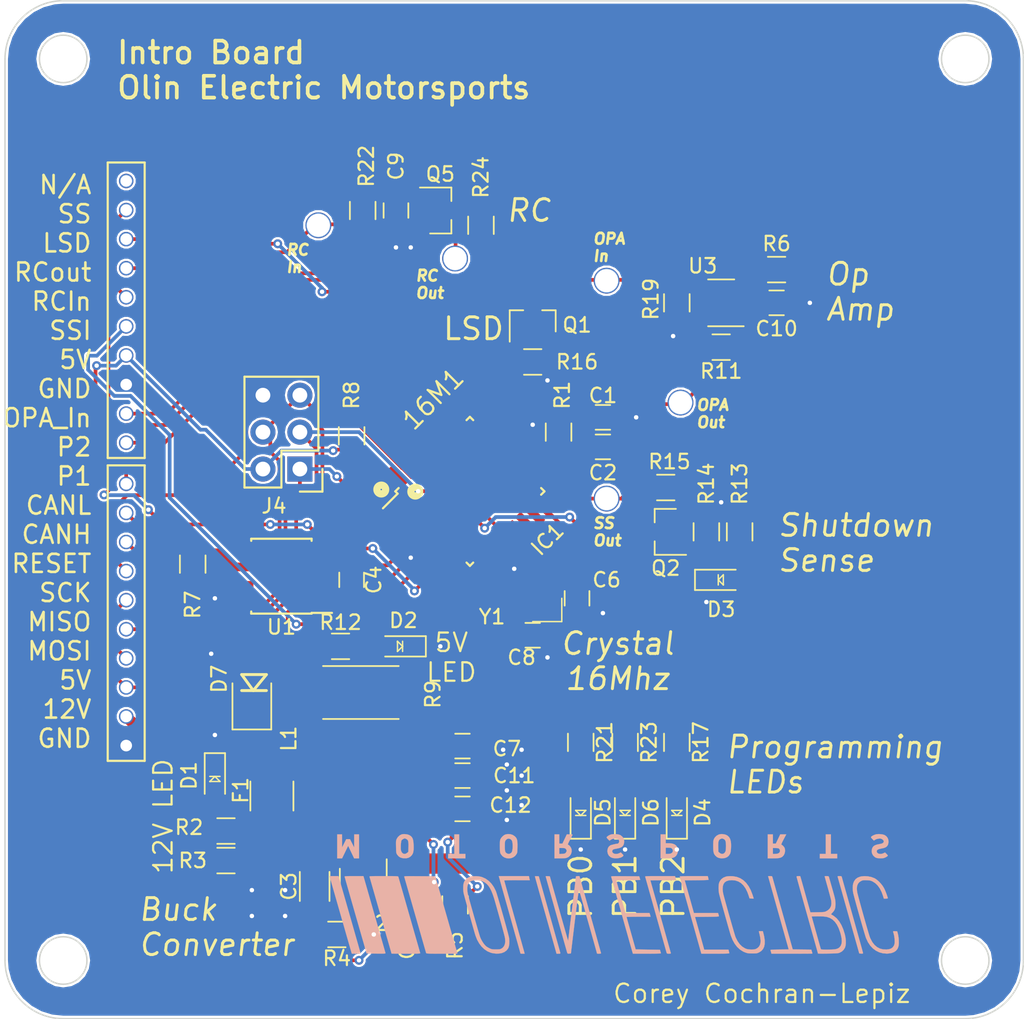
<source format=kicad_pcb>
(kicad_pcb (version 20171130) (host pcbnew 5.0.1-33cea8e~67~ubuntu16.04.1)
  (layers (0 F.Cu signal hide) (31 B.Cu signal hide) (34 B.Paste user) (35 F.Paste user) (36 B.SilkS user hide) (37 F.SilkS user) (38 B.Mask user) (39 F.Mask user hide) (44 Edge.Cuts user))
  (net 0 "")
  (net 1 GND)
  (net 2 VCC)
  (net 3 "Net-(C6-Pad1)")
  (net 4 "Net-(D2-Pad2)")
  (net 5 "Net-(D6-Pad2)")
  (net 6 /MISO)
  (net 7 /MOSI)
  (net 8 /TXCAN)
  (net 9 /RXCAN)
  (net 10 /SCK)
  (net 11 "Net-(IC1-Pad21)")
  (net 12 "Net-(IC1-Pad23)")
  (net 13 "Net-(IC1-Pad25)")
  (net 14 "Net-(IC1-Pad29)")
  (net 15 "Net-(IC1-Pad30)")
  (net 16 /RESET)
  (net 17 "Net-(IC1-Pad32)")
  (net 18 /CANL)
  (net 19 /CANH)
  (net 20 "Net-(C2-Pad1)")
  (net 21 /12V_Fused)
  (net 22 "Net-(C5-Pad1)")
  (net 23 "Net-(C5-Pad2)")
  (net 24 "Net-(C11-Pad1)")
  (net 25 "Net-(C8-Pad1)")
  (net 26 "Net-(C9-Pad2)")
  (net 27 "Net-(D1-Pad2)")
  (net 28 "Net-(D3-Pad2)")
  (net 29 "Net-(D4-Pad2)")
  (net 30 "Net-(D5-Pad2)")
  (net 31 +12V)
  (net 32 /SS)
  (net 33 /P_LED_1)
  (net 34 /P_LED_2)
  (net 35 "Net-(IC1-Pad13)")
  (net 36 "Net-(IC1-Pad14)")
  (net 37 "Net-(IC1-Pad15)")
  (net 38 /P_LED_3)
  (net 39 /SSO_1)
  (net 40 "Net-(IC1-Pad18)")
  (net 41 /SensorAmp)
  (net 42 /LSD_Gate)
  (net 43 "Net-(IC1-Pad26)")
  (net 44 /SensorOut)
  (net 45 /SSI_1)
  (net 46 /RCIn)
  (net 47 /RCOut)
  (net 48 /LSD)
  (net 49 "Net-(R3-Pad2)")
  (net 50 "Net-(R4-Pad1)")
  (net 51 "Net-(R11-Pad2)")
  (net 52 "Net-(R16-Pad1)")
  (net 53 "Net-(U1-Pad5)")
  (net 54 /Pinout1)
  (net 55 /Pinout2)
  (net 56 "Net-(J2-Pad1)")
  (module footprints:C_0805_OEM (layer F.Cu) (at 140.97 88.138 270)
    (fp_text reference C4 (at 0 -1.524 270) (layer F.SilkS))
    (fp_text value C_0.1uF hide)
    (pad 1 smd rect (at -1 0 270) (size 1 1.25) (layers F.Cu F.Paste F.Mask) (net 2 VCC))
    (pad 2 smd rect (at 1 0 270) (size 1 1.25) (layers F.Cu F.Paste F.Mask) (net 1 GND))
  )
  (module footprints:C_0805_OEM (layer F.Cu) (at 144.78 110.236 90)
    (fp_text reference C5 (at -3.048 0 90) (layer F.SilkS))
    (fp_text value C_0.1uF hide)
    (pad 1 smd rect (at -1 0 90) (size 1 1.25) (layers F.Cu F.Paste F.Mask) (net 22 "Net-(C5-Pad1)"))
    (pad 2 smd rect (at 1 0 90) (size 1 1.25) (layers F.Cu F.Paste F.Mask) (net 23 "Net-(C5-Pad2)"))
  )
  (module footprints:C_0805_OEM (layer F.Cu) (at 156.464 89.408 270)
    (fp_text reference C6 (at -1.27 -2.032) (layer F.SilkS))
    (fp_text value C_30pF hide)
    (pad 1 smd rect (at -1 0 270) (size 1 1.25) (layers F.Cu F.Paste F.Mask) (net 3 "Net-(C6-Pad1)"))
    (pad 2 smd rect (at 1 0 270) (size 1 1.25) (layers F.Cu F.Paste F.Mask) (net 1 GND))
  )
  (module footprints:C_0805_OEM (layer F.Cu) (at 170.18 69.088 180)
    (fp_text reference C10 (at 0 -1.778 180) (layer F.SilkS))
    (fp_text value C_0.1uF hide)
    (pad 1 smd rect (at -1 0 180) (size 1 1.25) (layers F.Cu F.Paste F.Mask) (net 1 GND))
    (pad 2 smd rect (at 1 0 180) (size 1 1.25) (layers F.Cu F.Paste F.Mask) (net 2 VCC))
  )
  (module footprints:C_0805_OEM (layer F.Cu) (at 148.59 101.6)
    (fp_text reference C11 (at 3.556 0) (layer F.SilkS))
    (fp_text value C_1uF hide)
    (pad 1 smd rect (at -1 0) (size 1 1.25) (layers F.Cu F.Paste F.Mask) (net 24 "Net-(C11-Pad1)"))
    (pad 2 smd rect (at 1 0) (size 1 1.25) (layers F.Cu F.Paste F.Mask) (net 1 GND))
  )
  (module footprints:C_0805_OEM (layer F.Cu) (at 148.59 103.886)
    (fp_text reference C12 (at 3.302 -0.254) (layer F.SilkS))
    (fp_text value C_0.1uF hide)
    (pad 1 smd rect (at -1 0) (size 1 1.25) (layers F.Cu F.Paste F.Mask) (net 24 "Net-(C11-Pad1)"))
    (pad 2 smd rect (at 1 0) (size 1 1.25) (layers F.Cu F.Paste F.Mask) (net 1 GND))
  )
  (module footprints:LED_0805_OEM (layer F.Cu) (at 144.272 92.71 180)
    (fp_text reference D2 (at -0.254 1.778) (layer F.SilkS))
    (fp_text value LED_0805 hide)
    (pad 2 smd rect (at 1.1 0) (size 1.2 1.2) (layers F.Cu F.Paste F.Mask) (net 4 "Net-(D2-Pad2)"))
    (pad 1 smd rect (at -1.1 0) (size 1.2 1.2) (layers F.Cu F.Paste F.Mask) (net 1 GND))
  )
  (module footprints:LED_0805_OEM (layer F.Cu) (at 159.766 104.14 90)
    (fp_text reference D6 (at 0 1.778 90) (layer F.SilkS))
    (fp_text value LED_0805 hide)
    (pad 2 smd rect (at 1.1 0 270) (size 1.2 1.2) (layers F.Cu F.Paste F.Mask) (net 5 "Net-(D6-Pad2)"))
    (pad 1 smd rect (at -1.1 0 270) (size 1.2 1.2) (layers F.Cu F.Paste F.Mask) (net 1 GND))
  )
  (module footprints:Fuse_1210 (layer F.Cu) (at 135.4895 103.0025 270)
    (fp_text reference F1 (at -0.3865 2.1395 90) (layer F.SilkS))
    (fp_text value 500mA hide)
    (pad 1 smd rect (at -1.45 0 270) (size 0.9 2.5) (layers F.Cu F.Paste F.Mask) (net 31 +12V))
    (pad 2 smd rect (at 1.45 0 270) (size 0.9 2.5) (layers F.Cu F.Paste F.Mask) (net 21 /12V_Fused))
  )
  (module footprints:TQFP-32_7x7mm_Pitch0.8mm (layer F.Cu) (at 149.098 82.051305 45)
    (fp_text reference IC1 (at 1.443421 6.099995 45) (layer F.SilkS))
    (fp_text value ATMEGA16M1 hide)
    (pad 1 smd rect (at -4.25 -2.8 45) (size 1.6 0.55) (layers F.Cu F.Paste F.Mask) (net 6 /MISO))
    (pad 2 smd rect (at -4.25 -2 45) (size 1.6 0.55) (layers F.Cu F.Paste F.Mask) (net 7 /MOSI))
    (pad 3 smd rect (at -4.25 -1.2 45) (size 1.6 0.55) (layers F.Cu F.Paste F.Mask) (net 32 /SS))
    (pad 4 smd rect (at -4.25 -0.4 45) (size 1.6 0.55) (layers F.Cu F.Paste F.Mask) (net 2 VCC))
    (pad 5 smd rect (at -4.25 0.4 45) (size 1.6 0.55) (layers F.Cu F.Paste F.Mask) (net 1 GND))
    (pad 6 smd rect (at -4.25 1.2 45) (size 1.6 0.55) (layers F.Cu F.Paste F.Mask) (net 8 /TXCAN))
    (pad 7 smd rect (at -4.25 2 45) (size 1.6 0.55) (layers F.Cu F.Paste F.Mask) (net 9 /RXCAN))
    (pad 8 smd rect (at -4.25 2.8 45) (size 1.6 0.55) (layers F.Cu F.Paste F.Mask) (net 33 /P_LED_1))
    (pad 9 smd rect (at -2.8 4.25 135) (size 1.6 0.55) (layers F.Cu F.Paste F.Mask) (net 34 /P_LED_2))
    (pad 10 smd rect (at -2 4.25 135) (size 1.6 0.55) (layers F.Cu F.Paste F.Mask) (net 25 "Net-(C8-Pad1)"))
    (pad 11 smd rect (at -1.2 4.25 135) (size 1.6 0.55) (layers F.Cu F.Paste F.Mask) (net 3 "Net-(C6-Pad1)"))
    (pad 12 smd rect (at -0.4 4.25 135) (size 1.6 0.55) (layers F.Cu F.Paste F.Mask) (net 10 /SCK))
    (pad 13 smd rect (at 0.4 4.25 135) (size 1.6 0.55) (layers F.Cu F.Paste F.Mask) (net 35 "Net-(IC1-Pad13)"))
    (pad 14 smd rect (at 1.2 4.25 135) (size 1.6 0.55) (layers F.Cu F.Paste F.Mask) (net 36 "Net-(IC1-Pad14)"))
    (pad 15 smd rect (at 2 4.25 135) (size 1.6 0.55) (layers F.Cu F.Paste F.Mask) (net 37 "Net-(IC1-Pad15)"))
    (pad 16 smd rect (at 2.8 4.25 135) (size 1.6 0.55) (layers F.Cu F.Paste F.Mask) (net 38 /P_LED_3))
    (pad 17 smd rect (at 4.25 2.8 45) (size 1.6 0.55) (layers F.Cu F.Paste F.Mask) (net 39 /SSO_1))
    (pad 18 smd rect (at 4.25 2 45) (size 1.6 0.55) (layers F.Cu F.Paste F.Mask) (net 40 "Net-(IC1-Pad18)"))
    (pad 19 smd rect (at 4.25 1.2 45) (size 1.6 0.55) (layers F.Cu F.Paste F.Mask) (net 20 "Net-(C2-Pad1)"))
    (pad 20 smd rect (at 4.25 0.4 45) (size 1.6 0.55) (layers F.Cu F.Paste F.Mask) (net 1 GND))
    (pad 21 smd rect (at 4.25 -0.4 45) (size 1.6 0.55) (layers F.Cu F.Paste F.Mask) (net 11 "Net-(IC1-Pad21)"))
    (pad 22 smd rect (at 4.25 -1.2 45) (size 1.6 0.55) (layers F.Cu F.Paste F.Mask) (net 41 /SensorAmp))
    (pad 23 smd rect (at 4.25 -2 45) (size 1.6 0.55) (layers F.Cu F.Paste F.Mask) (net 12 "Net-(IC1-Pad23)"))
    (pad 24 smd rect (at 4.25 -2.8 45) (size 1.6 0.55) (layers F.Cu F.Paste F.Mask) (net 42 /LSD_Gate))
    (pad 25 smd rect (at 2.8 -4.25 135) (size 1.6 0.55) (layers F.Cu F.Paste F.Mask) (net 13 "Net-(IC1-Pad25)"))
    (pad 26 smd rect (at 2 -4.25 135) (size 1.6 0.55) (layers F.Cu F.Paste F.Mask) (net 43 "Net-(IC1-Pad26)"))
    (pad 27 smd rect (at 1.2 -4.25 135) (size 1.6 0.55) (layers F.Cu F.Paste F.Mask) (net 54 /Pinout1))
    (pad 28 smd rect (at 0.4 -4.25 135) (size 1.6 0.55) (layers F.Cu F.Paste F.Mask) (net 55 /Pinout2))
    (pad 29 smd rect (at -0.4 -4.25 135) (size 1.6 0.55) (layers F.Cu F.Paste F.Mask) (net 14 "Net-(IC1-Pad29)"))
    (pad 30 smd rect (at -1.2 -4.25 135) (size 1.6 0.55) (layers F.Cu F.Paste F.Mask) (net 15 "Net-(IC1-Pad30)"))
    (pad 31 smd rect (at -2 -4.25 135) (size 1.6 0.55) (layers F.Cu F.Paste F.Mask) (net 16 /RESET))
    (pad 32 smd rect (at -2.8 -4.25 135) (size 1.6 0.55) (layers F.Cu F.Paste F.Mask) (net 17 "Net-(IC1-Pad32)"))
  )
  (module footprints:4.7uH_Inductor_OEM (layer F.Cu) (at 141.7955 102.2985 90)
    (fp_text reference L1 (at 3.2385 -5.1435 90) (layer F.SilkS))
    (fp_text value L_4.7uH hide)
    (pad 1 smd rect (at -2.35 0 90) (size 3.3 8.2) (layers F.Cu F.Paste F.Mask) (net 23 "Net-(C5-Pad2)"))
    (pad 2 smd rect (at 2.35 0 90) (size 3.3 8.2) (layers F.Cu F.Paste F.Mask) (net 24 "Net-(C11-Pad1)"))
  )
  (module footprints:R_0805_OEM (layer F.Cu) (at 155.194 77.978 270)
    (fp_text reference R1 (at -2.54 -0.254 270) (layer F.SilkS))
    (fp_text value R_100 hide)
    (pad 1 smd rect (at -0.95 0 270) (size 0.7 1.3) (layers F.Cu F.Paste F.Mask) (net 2 VCC))
    (pad 2 smd rect (at 0.95 0 270) (size 0.7 1.3) (layers F.Cu F.Paste F.Mask) (net 20 "Net-(C2-Pad1)"))
  )
  (module footprints:R_0805_OEM (layer F.Cu) (at 132.334 105.41 180)
    (fp_text reference R2 (at 2.54 0.254 180) (layer F.SilkS))
    (fp_text value R_1k hide)
    (pad 1 smd rect (at -0.95 0 180) (size 0.7 1.3) (layers F.Cu F.Paste F.Mask) (net 21 /12V_Fused))
    (pad 2 smd rect (at 0.95 0 180) (size 0.7 1.3) (layers F.Cu F.Paste F.Mask) (net 27 "Net-(D1-Pad2)"))
  )
  (module footprints:R_0805_OEM (layer F.Cu) (at 132.334 107.442 180)
    (fp_text reference R3 (at 2.286 0) (layer F.SilkS))
    (fp_text value R_10k hide)
    (pad 1 smd rect (at -0.95 0 180) (size 0.7 1.3) (layers F.Cu F.Paste F.Mask) (net 21 /12V_Fused))
    (pad 2 smd rect (at 0.95 0 180) (size 0.7 1.3) (layers F.Cu F.Paste F.Mask) (net 49 "Net-(R3-Pad2)"))
  )
  (module footprints:R_0805_OEM (layer F.Cu) (at 170.18 66.802 180)
    (fp_text reference R6 (at 0 1.778) (layer F.SilkS))
    (fp_text value R_1M hide)
    (pad 1 smd rect (at -0.95 0 180) (size 0.7 1.3) (layers F.Cu F.Paste F.Mask) (net 2 VCC))
    (pad 2 smd rect (at 0.95 0 180) (size 0.7 1.3) (layers F.Cu F.Paste F.Mask) (net 44 /SensorOut))
  )
  (module footprints:R_0805_OEM (layer F.Cu) (at 140.97 78.232 90)
    (fp_text reference R8 (at 2.794 0 90) (layer F.SilkS))
    (fp_text value R_10k hide)
    (pad 1 smd rect (at -0.95 0 90) (size 0.7 1.3) (layers F.Cu F.Paste F.Mask) (net 2 VCC))
    (pad 2 smd rect (at 0.95 0 90) (size 0.7 1.3) (layers F.Cu F.Paste F.Mask) (net 16 /RESET))
  )
  (module footprints:R_0805_OEM (layer F.Cu) (at 166.37 72.136 180)
    (fp_text reference R11 (at 0 -1.65 180) (layer F.SilkS))
    (fp_text value R_1k hide)
    (pad 1 smd rect (at -0.95 0 180) (size 0.7 1.3) (layers F.Cu F.Paste F.Mask) (net 41 /SensorAmp))
    (pad 2 smd rect (at 0.95 0 180) (size 0.7 1.3) (layers F.Cu F.Paste F.Mask) (net 51 "Net-(R11-Pad2)"))
  )
  (module footprints:R_0805_OEM (layer F.Cu) (at 140.208 92.71)
    (fp_text reference R12 (at 0 -1.65) (layer F.SilkS))
    (fp_text value R_200 hide)
    (pad 1 smd rect (at -0.95 0) (size 0.7 1.3) (layers F.Cu F.Paste F.Mask) (net 2 VCC))
    (pad 2 smd rect (at 0.95 0) (size 0.7 1.3) (layers F.Cu F.Paste F.Mask) (net 4 "Net-(D2-Pad2)"))
  )
  (module footprints:R_0805_OEM (layer F.Cu) (at 153.416 73.152)
    (fp_text reference R16 (at 3.048 0) (layer F.SilkS))
    (fp_text value R_100k hide)
    (pad 1 smd rect (at -0.95 0) (size 0.7 1.3) (layers F.Cu F.Paste F.Mask) (net 52 "Net-(R16-Pad1)"))
    (pad 2 smd rect (at 0.95 0) (size 0.7 1.3) (layers F.Cu F.Paste F.Mask) (net 1 GND))
  )
  (module footprints:SOT-23-6_OEM (layer F.Cu) (at 141.7701 108.9025 270)
    (fp_text reference U2 (at 2.8575 -0.7239) (layer F.SilkS))
    (fp_text value TPS561201 hide)
    (pad 1 smd rect (at -1.1 -0.95 270) (size 1.06 0.65) (layers F.Cu F.Paste F.Mask) (net 1 GND))
    (pad 2 smd rect (at -1.1 0 270) (size 1.06 0.65) (layers F.Cu F.Paste F.Mask) (net 23 "Net-(C5-Pad2)"))
    (pad 3 smd rect (at -1.1 0.95 270) (size 1.06 0.65) (layers F.Cu F.Paste F.Mask) (net 21 /12V_Fused))
    (pad 4 smd rect (at 1.1 0.95 270) (size 1.06 0.65) (layers F.Cu F.Paste F.Mask) (net 50 "Net-(R4-Pad1)"))
    (pad 6 smd rect (at 1.1 -0.95 270) (size 1.06 0.65) (layers F.Cu F.Paste F.Mask) (net 22 "Net-(C5-Pad1)"))
    (pad 5 smd rect (at 1.1 0 270) (size 1.06 0.65) (layers F.Cu F.Paste F.Mask) (net 49 "Net-(R3-Pad2)"))
  )
  (module footprints:Crystal_SMD_FA238 (layer F.Cu) (at 153.416 89.408 180)
    (fp_text reference Y1 (at 2.794 -1.27 180) (layer F.SilkS))
    (fp_text value Crystal_SMD hide)
    (pad 1 smd rect (at -1.1 0.8 180) (size 1.4 1.2) (layers F.Cu F.Mask) (net 3 "Net-(C6-Pad1)"))
    (pad 2 smd rect (at 1.1 0.8 180) (size 1.4 1.2) (layers F.Cu F.Mask) (net 1 GND))
    (pad 3 smd rect (at 1.1 -0.8 180) (size 1.4 1.2) (layers F.Cu F.Mask) (net 25 "Net-(C8-Pad1)"))
    (pad 4 smd rect (at -1.1 -0.8 180) (size 1.4 1.2) (layers F.Cu F.Mask) (net 1 GND))
  )
  (module footprints:R_0805_OEM (layer F.Cu) (at 167.64 84.836 90)
    (fp_text reference R13 (at 3.302 0 90) (layer F.SilkS))
    (fp_text value R_1k hide)
    (pad 1 smd rect (at -0.95 0 90) (size 0.7 1.3) (layers F.Cu F.Paste F.Mask) (net 45 /SSI_1))
    (pad 2 smd rect (at 0.95 0 90) (size 0.7 1.3) (layers F.Cu F.Paste F.Mask) (net 28 "Net-(D3-Pad2)"))
  )
  (module footprints:R_0805_OEM (layer F.Cu) (at 165.354 84.836 90)
    (fp_text reference R14 (at 3.302 0 90) (layer F.SilkS))
    (fp_text value R_100k hide)
    (pad 1 smd rect (at -0.95 0 90) (size 0.7 1.3) (layers F.Cu F.Paste F.Mask) (net 45 /SSI_1))
    (pad 2 smd rect (at 0.95 0 90) (size 0.7 1.3) (layers F.Cu F.Paste F.Mask) (net 1 GND))
  )
  (module footprints:R_0805_OEM (layer F.Cu) (at 162.56 81.788 180)
    (fp_text reference R15 (at -0.254 1.778 180) (layer F.SilkS))
    (fp_text value R_10k hide)
    (pad 1 smd rect (at -0.95 0 180) (size 0.7 1.3) (layers F.Cu F.Paste F.Mask) (net 2 VCC))
    (pad 2 smd rect (at 0.95 0 180) (size 0.7 1.3) (layers F.Cu F.Paste F.Mask) (net 39 /SSO_1))
  )
  (module footprints:R_0805_OEM (layer F.Cu) (at 163.322 99.314 270)
    (fp_text reference R17 (at 0 -1.65 270) (layer F.SilkS))
    (fp_text value R_200 hide)
    (pad 1 smd rect (at -0.95 0 270) (size 0.7 1.3) (layers F.Cu F.Paste F.Mask) (net 38 /P_LED_3))
    (pad 2 smd rect (at 0.95 0 270) (size 0.7 1.3) (layers F.Cu F.Paste F.Mask) (net 29 "Net-(D4-Pad2)"))
  )
  (module footprints:C_1206_OEM (layer F.Cu) (at 138.43 109.22 270)
    (fp_text reference C3 (at 0 1.778 270) (layer F.SilkS))
    (fp_text value C_22uF hide)
    (pad 1 smd rect (at -1.5 0 270) (size 1 1.6) (layers F.Cu F.Paste F.Mask) (net 21 /12V_Fused))
    (pad 2 smd rect (at 1.5 0 270) (size 1 1.6) (layers F.Cu F.Paste F.Mask) (net 1 GND))
  )
  (module footprints:C_0805_OEM (layer F.Cu) (at 148.59 99.568)
    (fp_text reference C7 (at 3.052 0.183) (layer F.SilkS))
    (fp_text value C_47uF hide)
    (pad 1 smd rect (at -1 0) (size 1 1.25) (layers F.Cu F.Paste F.Mask) (net 24 "Net-(C11-Pad1)"))
    (pad 2 smd rect (at 1 0) (size 1 1.25) (layers F.Cu F.Paste F.Mask) (net 1 GND))
  )
  (module footprints:C_0805_OEM (layer F.Cu) (at 153.416 91.948)
    (fp_text reference C8 (at -0.762 1.524) (layer F.SilkS))
    (fp_text value C_30pF hide)
    (pad 1 smd rect (at -1 0) (size 1 1.25) (layers F.Cu F.Paste F.Mask) (net 25 "Net-(C8-Pad1)"))
    (pad 2 smd rect (at 1 0) (size 1 1.25) (layers F.Cu F.Paste F.Mask) (net 1 GND))
  )
  (module footprints:C_0805_OEM (layer F.Cu) (at 144.018 62.738 90)
    (fp_text reference C9 (at 3.048 0 90) (layer F.SilkS))
    (fp_text value C_47uF hide)
    (pad 1 smd rect (at -1 0 90) (size 1 1.25) (layers F.Cu F.Paste F.Mask) (net 1 GND))
    (pad 2 smd rect (at 1 0 90) (size 1 1.25) (layers F.Cu F.Paste F.Mask) (net 26 "Net-(C9-Pad2)"))
  )
  (module footprints:LED_0805_OEM (layer F.Cu) (at 131.572 101.854 270)
    (fp_text reference D1 (at -0.254 1.778 270) (layer F.SilkS))
    (fp_text value LED_0805 hide)
    (pad 2 smd rect (at 1.1 0 90) (size 1.2 1.2) (layers F.Cu F.Paste F.Mask) (net 27 "Net-(D1-Pad2)"))
    (pad 1 smd rect (at -1.1 0 90) (size 1.2 1.2) (layers F.Cu F.Paste F.Mask) (net 1 GND))
  )
  (module footprints:DO-214AA (layer F.Cu) (at 134.112 95.25 90)
    (fp_text reference D7 (at 0.3 -2.25 90) (layer F.SilkS))
    (fp_text value D_Zener_18V hide)
    (pad 2 smd rect (at 2.032 0 270) (size 1.778 2.159) (layers F.Cu F.Paste F.Mask) (net 1 GND))
    (pad 1 smd rect (at -2.032 0 270) (size 1.778 2.159) (layers F.Cu F.Paste F.Mask) (net 31 +12V))
  )
  (module footprints:Pin_Header_Straight_2x03 (layer F.Cu) (at 137.414 80.518 180)
    (fp_text reference J4 (at 1.778 -2.54 180) (layer F.SilkS))
    (fp_text value CONN_02X03 hide)
    (pad 1 thru_hole rect (at 0 0 180) (size 1.7272 1.7272) (drill 1.016) (layers *.Cu *.Mask) (net 6 /MISO))
    (pad 2 thru_hole oval (at 2.54 0 180) (size 1.7272 1.7272) (drill 1.016) (layers *.Cu *.Mask) (net 2 VCC))
    (pad 3 thru_hole oval (at 0 2.54 180) (size 1.7272 1.7272) (drill 1.016) (layers *.Cu *.Mask) (net 10 /SCK))
    (pad 4 thru_hole oval (at 2.54 2.54 180) (size 1.7272 1.7272) (drill 1.016) (layers *.Cu *.Mask) (net 7 /MOSI))
    (pad 5 thru_hole oval (at 0 5.08 180) (size 1.7272 1.7272) (drill 1.016) (layers *.Cu *.Mask) (net 16 /RESET))
    (pad 6 thru_hole oval (at 2.54 5.08 180) (size 1.7272 1.7272) (drill 1.016) (layers *.Cu *.Mask) (net 1 GND))
  )
  (module footprints:SOT-23F (layer F.Cu) (at 153.416 70.358 90)
    (fp_text reference Q1 (at -0.254 3.048 180) (layer F.SilkS))
    (fp_text value SSM3K333R hide)
    (pad 1 smd rect (at -1.05 -0.95 90) (size 0.9 0.8) (layers F.Cu F.Paste F.Mask) (net 42 /LSD_Gate))
    (pad 2 smd rect (at -1.05 0.95 90) (size 0.9 0.8) (layers F.Cu F.Paste F.Mask) (net 1 GND))
    (pad 3 smd rect (at 1.05 0 90) (size 0.9 0.8) (layers F.Cu F.Paste F.Mask) (net 48 /LSD))
  )
  (module footprints:SOT-23F (layer F.Cu) (at 162.56 84.836 180)
    (fp_text reference Q2 (at 0 -2.5 180) (layer F.SilkS))
    (fp_text value SSM3K333R hide)
    (pad 1 smd rect (at -1.05 -0.95 180) (size 0.9 0.8) (layers F.Cu F.Paste F.Mask) (net 45 /SSI_1))
    (pad 2 smd rect (at -1.05 0.95 180) (size 0.9 0.8) (layers F.Cu F.Paste F.Mask) (net 1 GND))
    (pad 3 smd rect (at 1.05 0 180) (size 0.9 0.8) (layers F.Cu F.Paste F.Mask) (net 39 /SSO_1))
  )
  (module footprints:SOT-23F (layer F.Cu) (at 147.066 62.738)
    (fp_text reference Q5 (at 0 -2.5) (layer F.SilkS))
    (fp_text value SSM3K333R hide)
    (pad 1 smd rect (at -1.05 -0.95) (size 0.9 0.8) (layers F.Cu F.Paste F.Mask) (net 26 "Net-(C9-Pad2)"))
    (pad 2 smd rect (at -1.05 0.95) (size 0.9 0.8) (layers F.Cu F.Paste F.Mask) (net 1 GND))
    (pad 3 smd rect (at 1.05 0) (size 0.9 0.8) (layers F.Cu F.Paste F.Mask) (net 47 /RCOut))
  )
  (module footprints:R_2512_OEM (layer F.Cu) (at 141.605 95.885)
    (fp_text reference R9 (at 4.953 0.127 90) (layer F.SilkS))
    (fp_text value R_0_Jumper hide)
    (pad 1 smd rect (at -3.1 0) (size 1 3.2) (layers F.Cu F.Paste F.Mask) (net 2 VCC))
    (pad 2 smd rect (at 3.1 0) (size 1 3.2) (layers F.Cu F.Paste F.Mask) (net 24 "Net-(C11-Pad1)"))
  )
  (module footprints:R_0805_OEM (layer F.Cu) (at 163.322 69.088 270)
    (fp_text reference R19 (at -0.254 1.778 270) (layer F.SilkS))
    (fp_text value R_1k hide)
    (pad 1 smd rect (at -0.95 0 270) (size 0.7 1.3) (layers F.Cu F.Paste F.Mask) (net 51 "Net-(R11-Pad2)"))
    (pad 2 smd rect (at 0.95 0 270) (size 0.7 1.3) (layers F.Cu F.Paste F.Mask) (net 1 GND))
  )
  (module footprints:R_0805_OEM (layer F.Cu) (at 156.718 99.314 270)
    (fp_text reference R21 (at 0 -1.65 270) (layer F.SilkS))
    (fp_text value R_200 hide)
    (pad 1 smd rect (at -0.95 0 270) (size 0.7 1.3) (layers F.Cu F.Paste F.Mask) (net 33 /P_LED_1))
    (pad 2 smd rect (at 0.95 0 270) (size 0.7 1.3) (layers F.Cu F.Paste F.Mask) (net 30 "Net-(D5-Pad2)"))
  )
  (module footprints:R_0805_OEM (layer F.Cu) (at 141.732 62.738 90)
    (fp_text reference R22 (at 3.048 0.254 90) (layer F.SilkS))
    (fp_text value R_100k hide)
    (pad 1 smd rect (at -0.95 0 90) (size 0.7 1.3) (layers F.Cu F.Paste F.Mask) (net 46 /RCIn))
    (pad 2 smd rect (at 0.95 0 90) (size 0.7 1.3) (layers F.Cu F.Paste F.Mask) (net 26 "Net-(C9-Pad2)"))
  )
  (module footprints:R_0805_OEM (layer F.Cu) (at 159.766 99.314 270)
    (fp_text reference R23 (at 0 -1.65 270) (layer F.SilkS))
    (fp_text value R_200 hide)
    (pad 1 smd rect (at -0.95 0 270) (size 0.7 1.3) (layers F.Cu F.Paste F.Mask) (net 34 /P_LED_2))
    (pad 2 smd rect (at 0.95 0 270) (size 0.7 1.3) (layers F.Cu F.Paste F.Mask) (net 5 "Net-(D6-Pad2)"))
  )
  (module footprints:R_0805_OEM (layer F.Cu) (at 149.86 63.754 90)
    (fp_text reference R24 (at 3.302 0 90) (layer F.SilkS))
    (fp_text value R_10k hide)
    (pad 1 smd rect (at -0.95 0 90) (size 0.7 1.3) (layers F.Cu F.Paste F.Mask) (net 2 VCC))
    (pad 2 smd rect (at 0.95 0 90) (size 0.7 1.3) (layers F.Cu F.Paste F.Mask) (net 47 /RCOut))
  )
  (module footprints:SOIC-8_3.9x4.9mm_Pitch1.27mm_OEM (layer F.Cu) (at 136.144 87.884 180)
    (fp_text reference U1 (at 0 -3.5 180) (layer F.SilkS))
    (fp_text value CAN_Transceiver hide)
    (pad 1 smd rect (at -2.7 -1.905 180) (size 1.55 0.6) (layers F.Cu F.Paste F.Mask) (net 8 /TXCAN))
    (pad 2 smd rect (at -2.7 -0.635 180) (size 1.55 0.6) (layers F.Cu F.Paste F.Mask) (net 1 GND))
    (pad 3 smd rect (at -2.7 0.635 180) (size 1.55 0.6) (layers F.Cu F.Paste F.Mask) (net 2 VCC))
    (pad 4 smd rect (at -2.7 1.905 180) (size 1.55 0.6) (layers F.Cu F.Paste F.Mask) (net 9 /RXCAN))
    (pad 5 smd rect (at 2.7 1.905 180) (size 1.55 0.6) (layers F.Cu F.Paste F.Mask) (net 53 "Net-(U1-Pad5)"))
    (pad 6 smd rect (at 2.7 0.635 180) (size 1.55 0.6) (layers F.Cu F.Paste F.Mask) (net 18 /CANL))
    (pad 7 smd rect (at 2.7 -0.635 180) (size 1.55 0.6) (layers F.Cu F.Paste F.Mask) (net 19 /CANH))
    (pad 8 smd rect (at 2.7 -1.905 180) (size 1.55 0.6) (layers F.Cu F.Paste F.Mask) (net 1 GND))
  )
  (module footprints:SOT-23-5_OEM (layer F.Cu) (at 166.37 69.088 180)
    (fp_text reference U3 (at 1.27 2.54 180) (layer F.SilkS))
    (fp_text value MCP6001RT hide)
    (pad 1 smd rect (at -1.1 -0.95 180) (size 1.06 0.65) (layers F.Cu F.Paste F.Mask) (net 41 /SensorAmp))
    (pad 2 smd rect (at -1.1 0 180) (size 1.06 0.65) (layers F.Cu F.Paste F.Mask) (net 2 VCC))
    (pad 3 smd rect (at -1.1 0.95 180) (size 1.06 0.65) (layers F.Cu F.Paste F.Mask) (net 44 /SensorOut))
    (pad 4 smd rect (at 1.1 0.95 180) (size 1.06 0.65) (layers F.Cu F.Paste F.Mask) (net 51 "Net-(R11-Pad2)"))
    (pad 5 smd rect (at 1.1 -0.95 180) (size 1.06 0.65) (layers F.Cu F.Paste F.Mask) (net 1 GND))
  )
  (module footprints:C_0805_OEM (layer F.Cu) (at 158.242 76.962)
    (fp_text reference C1 (at 0 -1.5) (layer F.SilkS))
    (fp_text value C_0.1uF hide)
    (pad 1 smd rect (at -1 0) (size 1 1.25) (layers F.Cu F.Paste F.Mask) (net 2 VCC))
    (pad 2 smd rect (at 1 0) (size 1 1.25) (layers F.Cu F.Paste F.Mask) (net 1 GND))
  )
  (module footprints:C_0805_OEM (layer F.Cu) (at 158.242 78.994)
    (fp_text reference C2 (at 0 1.778) (layer F.SilkS))
    (fp_text value C_100pF hide)
    (pad 1 smd rect (at -1 0) (size 1 1.25) (layers F.Cu F.Paste F.Mask) (net 20 "Net-(C2-Pad1)"))
    (pad 2 smd rect (at 1 0) (size 1 1.25) (layers F.Cu F.Paste F.Mask) (net 1 GND))
  )
  (module footprints:LED_0805_OEM (layer F.Cu) (at 166.37 88.138)
    (fp_text reference D3 (at 0 2.032) (layer F.SilkS))
    (fp_text value LED_0805 hide)
    (pad 2 smd rect (at 1.1 0 180) (size 1.2 1.2) (layers F.Cu F.Paste F.Mask) (net 28 "Net-(D3-Pad2)"))
    (pad 1 smd rect (at -1.1 0 180) (size 1.2 1.2) (layers F.Cu F.Paste F.Mask) (net 1 GND))
  )
  (module footprints:LED_0805_OEM (layer F.Cu) (at 163.322 104.14 90)
    (fp_text reference D4 (at 0 1.778 90) (layer F.SilkS))
    (fp_text value LED_0805 hide)
    (pad 2 smd rect (at 1.1 0 270) (size 1.2 1.2) (layers F.Cu F.Paste F.Mask) (net 29 "Net-(D4-Pad2)"))
    (pad 1 smd rect (at -1.1 0 270) (size 1.2 1.2) (layers F.Cu F.Paste F.Mask) (net 1 GND))
  )
  (module footprints:LED_0805_OEM (layer F.Cu) (at 156.718 104.14 90)
    (fp_text reference D5 (at 0 1.524 90) (layer F.SilkS))
    (fp_text value LED_0805 hide)
    (pad 2 smd rect (at 1.1 0 270) (size 1.2 1.2) (layers F.Cu F.Paste F.Mask) (net 30 "Net-(D5-Pad2)"))
    (pad 1 smd rect (at -1.1 0 270) (size 1.2 1.2) (layers F.Cu F.Paste F.Mask) (net 1 GND))
  )
  (module footprints:R_0805_OEM (layer F.Cu) (at 139.954 112.522 180)
    (fp_text reference R4 (at 0 -1.65 180) (layer F.SilkS))
    (fp_text value R_10k hide)
    (pad 1 smd rect (at -0.95 0 180) (size 0.7 1.3) (layers F.Cu F.Paste F.Mask) (net 50 "Net-(R4-Pad1)"))
    (pad 2 smd rect (at 0.95 0 180) (size 0.7 1.3) (layers F.Cu F.Paste F.Mask) (net 1 GND))
  )
  (module footprints:R_0805_OEM (layer F.Cu) (at 148.082 110.49 90)
    (fp_text reference R5 (at -2.794 0 90) (layer F.SilkS))
    (fp_text value R_55.1k hide)
    (pad 1 smd rect (at -0.95 0 90) (size 0.7 1.3) (layers F.Cu F.Paste F.Mask) (net 50 "Net-(R4-Pad1)"))
    (pad 2 smd rect (at 0.95 0 90) (size 0.7 1.3) (layers F.Cu F.Paste F.Mask) (net 24 "Net-(C11-Pad1)"))
  )
  (module footprints:R_0805_OEM (layer F.Cu) (at 130.048 87.056 90)
    (fp_text reference R7 (at -2.794 0 90) (layer F.SilkS))
    (fp_text value R_200 hide)
    (pad 1 smd rect (at -0.95 0 90) (size 0.7 1.3) (layers F.Cu F.Paste F.Mask) (net 19 /CANH))
    (pad 2 smd rect (at 0.95 0 90) (size 0.7 1.3) (layers F.Cu F.Paste F.Mask) (net 18 /CANL))
  )
  (module "footprints:CONN RECEPT 2MM VERT AU 10POS" (layer F.Cu) (at 125.476 81.534 270)
    (fp_text reference J1 hide)
    (fp_text value Conn_01x10)
    (pad 1 thru_hole circle (at 0 0 270) (size 1 1) (drill 0.8) (layers *.Cu *.Mask) (net 54 /Pinout1))
    (pad 2 thru_hole circle (at 2 0 270) (size 1 1) (drill 0.8) (layers *.Cu *.Mask) (net 18 /CANL))
    (pad 3 thru_hole circle (at 4 0 270) (size 1 1) (drill 0.8) (layers *.Cu *.Mask) (net 19 /CANH))
    (pad 8 thru_hole circle (at 14 0 270) (size 1 1) (drill 0.8) (layers *.Cu *.Mask) (net 2 VCC))
    (pad 7 thru_hole circle (at 12 0 270) (size 1 1) (drill 0.8) (layers *.Cu *.Mask) (net 7 /MOSI))
    (pad 6 thru_hole circle (at 10 0 270) (size 1 1) (drill 0.8) (layers *.Cu *.Mask) (net 6 /MISO))
    (pad 5 thru_hole circle (at 8 0 270) (size 1 1) (drill 0.8) (layers *.Cu *.Mask) (net 10 /SCK))
    (pad 4 thru_hole circle (at 6 0 270) (size 1 1) (drill 0.8) (layers *.Cu *.Mask) (net 16 /RESET))
    (pad 9 thru_hole circle (at 16 0 270) (size 1 1) (drill 0.8) (layers *.Cu *.Mask) (net 31 +12V))
    (pad 10 thru_hole circle (at 18 0 270) (size 1 1) (drill 0.8) (layers *.Cu *.Mask) (net 1 GND))
  )
  (module "footprints:CONN RECEPT 2MM VERT AU 10POS" (layer F.Cu) (at 125.476 60.706 270)
    (fp_text reference J2 hide)
    (fp_text value Conn_01x10)
    (pad 10 thru_hole circle (at 18 0 270) (size 1 1) (drill 0.8) (layers *.Cu *.Mask) (net 55 /Pinout2))
    (pad 9 thru_hole circle (at 16 0 270) (size 1 1) (drill 0.8) (layers *.Cu *.Mask) (net 44 /SensorOut))
    (pad 4 thru_hole circle (at 6 0 270) (size 1 1) (drill 0.8) (layers *.Cu *.Mask) (net 47 /RCOut))
    (pad 5 thru_hole circle (at 8 0 270) (size 1 1) (drill 0.8) (layers *.Cu *.Mask) (net 46 /RCIn))
    (pad 6 thru_hole circle (at 10 0 270) (size 1 1) (drill 0.8) (layers *.Cu *.Mask) (net 45 /SSI_1))
    (pad 7 thru_hole circle (at 12 0 270) (size 1 1) (drill 0.8) (layers *.Cu *.Mask) (net 2 VCC))
    (pad 8 thru_hole circle (at 14 0 270) (size 1 1) (drill 0.8) (layers *.Cu *.Mask) (net 1 GND))
    (pad 3 thru_hole circle (at 4 0 270) (size 1 1) (drill 0.8) (layers *.Cu *.Mask) (net 48 /LSD))
    (pad 2 thru_hole circle (at 2 0 270) (size 1 1) (drill 0.8) (layers *.Cu *.Mask) (net 32 /SS))
    (pad 1 thru_hole circle (at 0 0 270) (size 1 1) (drill 0.8) (layers *.Cu *.Mask) (net 56 "Net-(J2-Pad1)"))
  )
  (module footprints:Logo_Large (layer B.Cu) (at 159.004 109.728)
    (fp_text reference G*** hide)
    (fp_text value LOGO hide)
  )
  (gr_text "Buck\nConverter" (at 126.238 112.014) (layer F.SilkS) (effects (font (size 1.5 1.5) (thickness 0.2032) italic) (justify left)))
  (gr_text "OPA\nIn" (at 157.48 65.278) (layer F.SilkS) (effects (font (size 0.738 0.738) (thickness 0.1845) italic) (justify left)))
  (gr_text "RC\nIn" (at 136.398 66.04) (layer F.SilkS) (effects (font (size 0.738 0.738) (thickness 0.1845) italic) (justify left)))
  (gr_text "SS\nOut" (at 157.48 84.836) (layer F.SilkS) (effects (font (size 0.738 0.738) (thickness 0.1845) italic) (justify left)))
  (gr_text "RC\nOut" (at 145.288 67.818) (layer F.SilkS) (effects (font (size 0.738 0.738) (thickness 0.1845) italic) (justify left)))
  (gr_text "OPA\nOut" (at 164.592 76.708) (layer F.SilkS) (effects (font (size 0.738 0.738) (thickness 0.1845) italic) (justify left)))
  (gr_text "N/A\nSS\nLSD\nRCout\nRCIn\nSSI\n5V\nGND\nOPA_In\nP2\nP1\nCANL\nCANH\nRESET\nSCK\nMISO\nMOSI\n5V\n12V\nGND" (at 123.19 80.01) (layer F.SilkS) (effects (font (size 1.2446 1.2078) (thickness 0.1778)) (justify right)))
  (gr_text "Programming\nLEDs" (at 166.624 100.838) (layer F.SilkS) (effects (font (size 1.5 1.5) (thickness 0.2032) italic) (justify left)))
  (gr_text "Corey Cochran-Lepiz" (at 169.164 116.586) (layer F.SilkS) (effects (font (size 1.27 1.27) (thickness 0.1524))))
  (gr_text 16M1 (at 146.558 75.692 45) (layer F.SilkS) (effects (font (size 1.27 1.27) (thickness 0.1524))))
  (gr_text "5V\nLED" (at 147.828 93.472) (layer F.SilkS) (effects (font (size 1.27 1.27) (thickness 0.1524))))
  (gr_text "12V LED" (at 128.016 104.394 90) (layer F.SilkS) (effects (font (size 1.27 1.27) (thickness 0.1524))))
  (gr_text "Intro Board\nOlin Electric Motorsports" (at 124.714 53.086) (layer F.SilkS) (effects (font (size 1.5 1.5) (thickness 0.254)) (justify left)))
  (gr_text LSD (at 149.352 70.866) (layer F.SilkS) (effects (font (size 1.5 1.5) (thickness 0.2032))))
  (gr_text RC (at 153.162 62.738) (layer F.SilkS) (effects (font (size 1.5 1.5) (thickness 0.2032) italic)))
  (gr_text "Op\nAmp" (at 173.482 68.326) (layer F.SilkS) (effects (font (size 1.5 1.5) (thickness 0.2032) italic) (justify left)))
  (gr_text "Shutdown\nSense" (at 170.18 85.598) (layer F.SilkS) (effects (font (size 1.5 1.5) (thickness 0.2032) italic) (justify left)))
  (gr_text "Crystal\n16Mhz" (at 159.258 93.726) (layer F.SilkS) (effects (font (size 1.5 1.5) (thickness 0.2032) italic)))
  (gr_text "PB2\n" (at 163.068 109.22 90) (layer F.SilkS) (effects (font (size 1.5 1.5) (thickness 0.2032))))
  (gr_text PB1 (at 159.766 109.22 90) (layer F.SilkS) (effects (font (size 1.5 1.5) (thickness 0.2032))))
  (gr_text "PB0\n" (at 156.718 109.22 90) (layer F.SilkS) (effects (font (size 1.5 1.5) (thickness 0.2032))))
  (gr_arc (start 121.146 114.312) (end 117.146 114.312) (angle -90) (layer Edge.Cuts) (width 0.1))
  (gr_circle (center 121.146 114.312) (end 122.77795 114.312) (layer Edge.Cuts) (width 0.1))
  (gr_arc (start 183.146 52.312) (end 187.146 52.312) (angle -90) (layer Edge.Cuts) (width 0.1))
  (gr_circle (center 183.146 52.312) (end 184.77795 52.312) (layer Edge.Cuts) (width 0.1))
  (gr_arc (start 183.146 114.312) (end 183.146 118.312) (angle -90) (layer Edge.Cuts) (width 0.1))
  (gr_circle (center 183.146 114.312) (end 184.77795 114.312) (layer Edge.Cuts) (width 0.1))
  (gr_arc (start 121.146 52.312) (end 121.146 48.312) (angle -90) (layer Edge.Cuts) (width 0.1))
  (gr_circle (center 121.146 52.312) (end 122.77795 52.312) (layer Edge.Cuts) (width 0.1))
  (gr_line (start 183.146 118.312) (end 121.146 118.312) (layer Edge.Cuts) (width 0.1))
  (gr_line (start 117.146 52.312) (end 117.146 114.312) (layer Edge.Cuts) (width 0.1))
  (gr_line (start 183.146 48.312) (end 121.146 48.312) (layer Edge.Cuts) (width 0.1))
  (gr_line (start 187.146 52.312) (end 187.146 114.312) (layer Edge.Cuts) (width 0.1))
  (segment (start 138.938 92.71) (end 137.668 92.71) (width 0.254) (layer B.Cu) (net 1))
  (segment (start 139.192 92.456) (end 138.938 92.71) (width 0.254) (layer B.Cu) (net 1))
  (segment (start 138.684 92.456) (end 139.192 92.456) (width 0.254) (layer B.Cu) (net 1))
  (segment (start 138.43 92.202) (end 138.684 92.456) (width 0.254) (layer B.Cu) (net 1))
  (segment (start 138.176 92.202) (end 138.43 92.202) (width 0.254) (layer B.Cu) (net 1))
  (segment (start 137.414 92.202) (end 138.176 92.202) (width 0.254) (layer B.Cu) (net 1))
  (segment (start 137.16 92.202) (end 137.414 92.202) (width 0.254) (layer B.Cu) (net 1))
  (segment (start 134.112 93.218) (end 131.318 93.218) (width 0.254) (layer F.Cu) (net 1))
  (via (at 131.318 93.218) (size 0.6096) (drill 0.3048) (layers F.Cu B.Cu) (net 1))
  (segment (start 159.242 76.962) (end 160.528 76.962) (width 0.254) (layer F.Cu) (net 1))
  (via (at 160.528 76.962) (size 0.6096) (drill 0.3048) (layers F.Cu B.Cu) (net 1))
  (segment (start 133.444 89.789) (end 131.953 89.789) (width 0.254) (layer F.Cu) (net 1))
  (segment (start 131.953 89.789) (end 131.572 89.408) (width 0.254) (layer F.Cu) (net 1))
  (via (at 131.572 89.408) (size 0.6096) (drill 0.3048) (layers F.Cu B.Cu) (net 1))
  (segment (start 140.97 89.138) (end 142.51 89.138) (width 0.254) (layer F.Cu) (net 1))
  (segment (start 142.51 89.138) (end 145.034 86.614) (width 0.254) (layer F.Cu) (net 1))
  (segment (start 138.844 88.519) (end 140.351 88.519) (width 0.254) (layer F.Cu) (net 1))
  (segment (start 140.351 88.519) (end 140.97 89.138) (width 0.254) (layer F.Cu) (net 1))
  (segment (start 171.18 69.088) (end 172.466 69.088) (width 0.254) (layer F.Cu) (net 1))
  (via (at 172.466 69.088) (size 0.6096) (drill 0.3048) (layers F.Cu B.Cu) (net 1))
  (segment (start 163.322 70.038) (end 163.322 71.12) (width 0.254) (layer F.Cu) (net 1))
  (segment (start 163.322 71.12) (end 163.068 71.374) (width 0.254) (layer F.Cu) (net 1))
  (via (at 163.068 71.374) (size 0.6096) (drill 0.3048) (layers F.Cu B.Cu) (net 1))
  (segment (start 154.366 73.152) (end 154.366 74.356) (width 0.254) (layer F.Cu) (net 1))
  (segment (start 154.366 74.356) (end 154.432 74.422) (width 0.254) (layer F.Cu) (net 1))
  (via (at 154.432 74.422) (size 0.6096) (drill 0.3048) (layers F.Cu B.Cu) (net 1))
  (segment (start 154.366 73.152) (end 154.366 71.408) (width 0.254) (layer F.Cu) (net 1))
  (segment (start 165.27 70.038) (end 163.322 70.038) (width 0.254) (layer F.Cu) (net 1))
  (segment (start 152.386047 79.319639) (end 153.416 78.289686) (width 0.254) (layer F.Cu) (net 1))
  (segment (start 153.416 78.289686) (end 153.416 77.47) (width 0.254) (layer F.Cu) (net 1))
  (via (at 153.416 77.47) (size 0.6096) (drill 0.3048) (layers F.Cu B.Cu) (net 1))
  (segment (start 159.242 76.962) (end 159.242 78.994) (width 0.254) (layer F.Cu) (net 1))
  (segment (start 165.354 83.886) (end 165.354 83.82) (width 0.254) (layer F.Cu) (net 1))
  (segment (start 165.354 83.82) (end 166.37 82.804) (width 0.254) (layer F.Cu) (net 1))
  (via (at 166.37 82.804) (size 0.6096) (drill 0.3048) (layers F.Cu B.Cu) (net 1))
  (segment (start 165.354 83.886) (end 163.61 83.886) (width 0.254) (layer F.Cu) (net 1))
  (segment (start 165.27 88.138) (end 165.27 89.578) (width 0.254) (layer F.Cu) (net 1))
  (segment (start 165.27 89.578) (end 165.354 89.662) (width 0.254) (layer F.Cu) (net 1))
  (via (at 165.354 89.662) (size 0.6096) (drill 0.3048) (layers F.Cu B.Cu) (net 1))
  (segment (start 145.372 92.71) (end 147.066 92.71) (width 0.254) (layer F.Cu) (net 1))
  (via (at 147.066 92.71) (size 0.6096) (drill 0.3048) (layers F.Cu B.Cu) (net 1))
  (segment (start 146.375639 85.330047) (end 146.317953 85.330047) (width 0.254) (layer F.Cu) (net 1))
  (segment (start 146.317953 85.330047) (end 145.034 86.614) (width 0.254) (layer F.Cu) (net 1))
  (via (at 145.034 86.614) (size 0.6096) (drill 0.3048) (layers F.Cu B.Cu) (net 1))
  (segment (start 152.316 88.608) (end 152.316 87.546) (width 0.254) (layer F.Cu) (net 1))
  (segment (start 152.316 87.546) (end 152.146 87.376) (width 0.254) (layer F.Cu) (net 1))
  (via (at 152.146 87.376) (size 0.6096) (drill 0.3048) (layers F.Cu B.Cu) (net 1))
  (segment (start 156.464 90.408) (end 158.226 90.408) (width 0.254) (layer F.Cu) (net 1))
  (segment (start 158.226 90.408) (end 158.242 90.424) (width 0.254) (layer F.Cu) (net 1))
  (via (at 158.242 90.424) (size 0.6096) (drill 0.3048) (layers F.Cu B.Cu) (net 1))
  (segment (start 154.416 91.948) (end 154.416 93.456) (width 0.254) (layer F.Cu) (net 1))
  (segment (start 154.416 93.456) (end 154.432 93.472) (width 0.254) (layer F.Cu) (net 1))
  (via (at 154.432 93.472) (size 0.6096) (drill 0.3048) (layers F.Cu B.Cu) (net 1))
  (segment (start 152.316 88.608) (end 152.816 88.608) (width 0.254) (layer F.Cu) (net 1))
  (segment (start 152.816 88.608) (end 154.416 90.208) (width 0.254) (layer F.Cu) (net 1))
  (segment (start 154.416 90.208) (end 154.516 90.208) (width 0.254) (layer F.Cu) (net 1))
  (segment (start 146.016 63.688) (end 146.016 64.296) (width 0.254) (layer F.Cu) (net 1))
  (segment (start 146.016 64.296) (end 145.034 65.278) (width 0.254) (layer F.Cu) (net 1))
  (via (at 145.034 65.278) (size 0.6096) (drill 0.3048) (layers F.Cu B.Cu) (net 1))
  (segment (start 144.018 63.738) (end 144.018 65.278) (width 0.254) (layer F.Cu) (net 1))
  (via (at 144.018 65.278) (size 0.6096) (drill 0.3048) (layers F.Cu B.Cu) (net 1))
  (segment (start 163.322 105.24) (end 163.322 106.68) (width 0.254) (layer F.Cu) (net 1))
  (via (at 163.322 106.68) (size 0.6096) (drill 0.3048) (layers F.Cu B.Cu) (net 1))
  (segment (start 159.766 105.24) (end 159.766 106.68) (width 0.254) (layer F.Cu) (net 1))
  (via (at 159.766 106.68) (size 0.6096) (drill 0.3048) (layers F.Cu B.Cu) (net 1))
  (segment (start 156.718 105.24) (end 156.718 106.68) (width 0.254) (layer F.Cu) (net 1))
  (via (at 156.718 106.68) (size 0.6096) (drill 0.3048) (layers F.Cu B.Cu) (net 1))
  (segment (start 139.004 112.522) (end 139.004 111.294) (width 0.254) (layer F.Cu) (net 1))
  (segment (start 139.004 111.294) (end 138.43 110.72) (width 0.254) (layer F.Cu) (net 1))
  (segment (start 134.112 93.218) (end 134.3025 93.218) (width 0.254) (layer F.Cu) (net 1))
  (segment (start 138.43 110.72) (end 136.93 110.72) (width 0.254) (layer F.Cu) (net 1))
  (via (at 136.398 109.474) (size 0.6096) (drill 0.3048) (layers F.Cu B.Cu) (net 1))
  (segment (start 134.112 109.474) (end 136.398 109.474) (width 0.254) (layer B.Cu) (net 1))
  (via (at 134.112 109.474) (size 0.6096) (drill 0.3048) (layers F.Cu B.Cu) (net 1))
  (segment (start 134.112 111.252) (end 134.112 109.474) (width 0.254) (layer F.Cu) (net 1))
  (via (at 134.112 111.252) (size 0.6096) (drill 0.3048) (layers F.Cu B.Cu) (net 1))
  (segment (start 136.398 111.252) (end 134.112 111.252) (width 0.254) (layer B.Cu) (net 1))
  (via (at 136.398 111.252) (size 0.6096) (drill 0.3048) (layers F.Cu B.Cu) (net 1))
  (segment (start 136.93 110.72) (end 136.398 111.252) (width 0.254) (layer F.Cu) (net 1))
  (segment (start 151.384 99.822) (end 152.654 99.822) (width 0.254) (layer F.Cu) (net 1))
  (segment (start 151.13 99.568) (end 151.384 99.822) (width 0.254) (layer F.Cu) (net 1))
  (via (at 151.384 99.822) (size 0.6096) (drill 0.3048) (layers F.Cu B.Cu) (net 1))
  (segment (start 149.59 99.568) (end 151.13 99.568) (width 0.254) (layer F.Cu) (net 1))
  (segment (start 151.892 104.902) (end 151.892 105.918) (width 0.254) (layer F.Cu) (net 1))
  (segment (start 151.638 104.648) (end 151.892 104.902) (width 0.254) (layer F.Cu) (net 1))
  (via (at 151.638 104.648) (size 0.6096) (drill 0.3048) (layers F.Cu B.Cu) (net 1))
  (segment (start 152.654 103.632) (end 151.638 104.648) (width 0.254) (layer B.Cu) (net 1))
  (via (at 152.654 103.632) (size 0.6096) (drill 0.3048) (layers F.Cu B.Cu) (net 1))
  (segment (start 151.638 102.616) (end 152.654 103.632) (width 0.254) (layer F.Cu) (net 1))
  (via (at 151.638 102.616) (size 0.6096) (drill 0.3048) (layers F.Cu B.Cu) (net 1))
  (segment (start 152.654 101.6) (end 151.638 102.616) (width 0.254) (layer B.Cu) (net 1))
  (via (at 152.654 101.6) (size 0.6096) (drill 0.3048) (layers F.Cu B.Cu) (net 1))
  (segment (start 152.4 101.6) (end 152.654 101.6) (width 0.254) (layer F.Cu) (net 1))
  (segment (start 151.638 100.838) (end 152.4 101.6) (width 0.254) (layer F.Cu) (net 1))
  (via (at 151.638 100.838) (size 0.6096) (drill 0.3048) (layers F.Cu B.Cu) (net 1))
  (segment (start 152.654 99.822) (end 151.638 100.838) (width 0.254) (layer B.Cu) (net 1))
  (via (at 152.654 99.822) (size 0.6096) (drill 0.3048) (layers F.Cu B.Cu) (net 1))
  (segment (start 131.572 100.754) (end 131.572 98.806) (width 0.254) (layer F.Cu) (net 1))
  (via (at 131.572 98.806) (size 0.6096) (drill 0.3048) (layers F.Cu B.Cu) (net 1))
  (segment (start 129.951238 95.25) (end 137.668 95.25) (width 0.254) (layer F.Cu) (net 2))
  (segment (start 137.668 87.95) (end 138.369 87.249) (width 0.254) (layer F.Cu) (net 2))
  (segment (start 138.369 87.249) (end 138.844 87.249) (width 0.254) (layer F.Cu) (net 2))
  (segment (start 137.668 89.27588) (end 137.668 87.95) (width 0.254) (layer F.Cu) (net 2))
  (segment (start 139.258 92.71) (end 137.819382 92.71) (width 0.254) (layer F.Cu) (net 2))
  (segment (start 137.819382 92.71) (end 136.575799 91.466417) (width 0.254) (layer F.Cu) (net 2))
  (segment (start 136.575799 91.466417) (end 136.575799 90.368081) (width 0.254) (layer F.Cu) (net 2))
  (segment (start 136.575799 90.368081) (end 137.668 89.27588) (width 0.254) (layer F.Cu) (net 2))
  (segment (start 139.7 79.248) (end 136.144 79.248) (width 0.254) (layer B.Cu) (net 2))
  (segment (start 136.144 79.248) (end 134.874 80.518) (width 0.254) (layer B.Cu) (net 2))
  (segment (start 140.97 79.182) (end 139.766 79.182) (width 0.254) (layer F.Cu) (net 2))
  (segment (start 139.766 79.182) (end 139.7 79.248) (width 0.254) (layer F.Cu) (net 2))
  (via (at 139.7 79.248) (size 0.6096) (drill 0.3048) (layers F.Cu B.Cu) (net 2))
  (segment (start 134.874 80.518) (end 133.652686 80.518) (width 0.254) (layer B.Cu) (net 2))
  (segment (start 133.652686 80.518) (end 130.945285 77.810599) (width 0.254) (layer B.Cu) (net 2))
  (segment (start 171.13 66.802) (end 171.13 66.502) (width 0.254) (layer F.Cu) (net 2))
  (segment (start 171.13 66.502) (end 169.332 64.704) (width 0.254) (layer F.Cu) (net 2))
  (segment (start 150.764 64.704) (end 149.86 64.704) (width 0.254) (layer F.Cu) (net 2))
  (segment (start 169.332 64.704) (end 150.764 64.704) (width 0.254) (layer F.Cu) (net 2))
  (segment (start 163.51 81.788) (end 163.51 80.884) (width 0.254) (layer F.Cu) (net 2))
  (segment (start 163.51 80.884) (end 169.18 75.214) (width 0.254) (layer F.Cu) (net 2))
  (segment (start 169.18 75.214) (end 169.18 69.967) (width 0.254) (layer F.Cu) (net 2))
  (segment (start 169.18 69.967) (end 169.18 69.088) (width 0.254) (layer F.Cu) (net 2))
  (segment (start 155.956 83.82) (end 157.651401 85.515401) (width 0.254) (layer F.Cu) (net 2))
  (segment (start 157.651401 85.515401) (end 162.183521 85.515401) (width 0.254) (layer F.Cu) (net 2))
  (segment (start 162.183521 85.515401) (end 162.880599 84.818323) (width 0.254) (layer F.Cu) (net 2))
  (segment (start 162.880599 84.818323) (end 162.880599 83.321401) (width 0.254) (layer F.Cu) (net 2))
  (segment (start 162.880599 83.321401) (end 163.51 82.692) (width 0.254) (layer F.Cu) (net 2))
  (segment (start 163.51 82.692) (end 163.51 81.788) (width 0.254) (layer F.Cu) (net 2))
  (segment (start 150.114 84.582) (end 150.876 83.82) (width 0.254) (layer B.Cu) (net 2))
  (segment (start 150.876 83.82) (end 155.956 83.82) (width 0.254) (layer B.Cu) (net 2))
  (via (at 155.956 83.82) (size 0.6096) (drill 0.3048) (layers F.Cu B.Cu) (net 2))
  (segment (start 145.809953 84.764361) (end 146.446348 84.127966) (width 0.254) (layer F.Cu) (net 2))
  (segment (start 146.446348 84.127966) (end 149.659966 84.127966) (width 0.254) (layer F.Cu) (net 2))
  (segment (start 149.659966 84.127966) (end 150.114 84.582) (width 0.254) (layer F.Cu) (net 2))
  (via (at 150.114 84.582) (size 0.6096) (drill 0.3048) (layers F.Cu B.Cu) (net 2))
  (segment (start 140.97 87.138) (end 143.436314 87.138) (width 0.254) (layer F.Cu) (net 2))
  (segment (start 143.436314 87.138) (end 145.809953 84.764361) (width 0.254) (layer F.Cu) (net 2))
  (segment (start 138.844 87.249) (end 140.859 87.249) (width 0.254) (layer F.Cu) (net 2))
  (segment (start 140.859 87.249) (end 140.97 87.138) (width 0.254) (layer F.Cu) (net 2))
  (segment (start 157.242 76.962) (end 157.242 77.087) (width 0.254) (layer F.Cu) (net 2))
  (segment (start 157.242 77.087) (end 158.462599 78.307599) (width 0.254) (layer F.Cu) (net 2))
  (segment (start 158.462599 78.307599) (end 158.462599 79.842521) (width 0.254) (layer F.Cu) (net 2))
  (segment (start 158.462599 79.842521) (end 159.478677 80.858599) (width 0.254) (layer F.Cu) (net 2))
  (segment (start 159.478677 80.858599) (end 162.880599 80.858599) (width 0.254) (layer F.Cu) (net 2))
  (segment (start 162.880599 80.858599) (end 163.51 81.488) (width 0.254) (layer F.Cu) (net 2))
  (segment (start 163.51 81.488) (end 163.51 81.788) (width 0.254) (layer F.Cu) (net 2))
  (segment (start 155.194 77.028) (end 157.176 77.028) (width 0.254) (layer F.Cu) (net 2))
  (segment (start 157.176 77.028) (end 157.242 76.962) (width 0.254) (layer F.Cu) (net 2))
  (segment (start 138.505 95.885) (end 138.505 92.859) (width 0.254) (layer F.Cu) (net 2))
  (segment (start 138.505 92.859) (end 138.654 92.71) (width 0.254) (layer F.Cu) (net 2))
  (segment (start 138.654 92.71) (end 139.258 92.71) (width 0.254) (layer F.Cu) (net 2))
  (segment (start 169.18 69.088) (end 169.18 68.963) (width 0.254) (layer F.Cu) (net 2))
  (segment (start 169.18 68.963) (end 171.13 67.013) (width 0.254) (layer F.Cu) (net 2))
  (segment (start 171.13 67.013) (end 171.13 66.802) (width 0.254) (layer F.Cu) (net 2))
  (segment (start 167.47 69.088) (end 169.18 69.088) (width 0.254) (layer F.Cu) (net 2))
  (segment (start 129.667238 95.534) (end 125.476 95.534) (width 0.254) (layer F.Cu) (net 2))
  (segment (start 129.951238 95.25) (end 129.667238 95.534) (width 0.254) (layer F.Cu) (net 2))
  (segment (start 130.580599 77.810599) (end 125.476 72.706) (width 0.254) (layer B.Cu) (net 2))
  (segment (start 130.945285 77.810599) (end 130.580599 77.810599) (width 0.254) (layer B.Cu) (net 2))
  (via (at 123.444 73.406) (size 0.6096) (drill 0.3048) (layers F.Cu B.Cu) (net 2))
  (segment (start 123.367799 73.482201) (end 123.444 73.406) (width 0.254) (layer F.Cu) (net 2))
  (segment (start 125.476 95.534) (end 123.367799 93.425799) (width 0.254) (layer F.Cu) (net 2))
  (segment (start 123.367799 93.425799) (end 123.367799 73.482201) (width 0.254) (layer F.Cu) (net 2))
  (segment (start 124.776 73.406) (end 125.476 72.706) (width 0.254) (layer B.Cu) (net 2))
  (segment (start 123.444 73.406) (end 124.776 73.406) (width 0.254) (layer B.Cu) (net 2))
  (segment (start 154.516 88.608) (end 156.264 88.608) (width 0.254) (layer F.Cu) (net 3))
  (segment (start 156.264 88.608) (end 156.464 88.408) (width 0.254) (layer F.Cu) (net 3))
  (segment (start 151.254676 85.895732) (end 151.891071 86.532127) (width 0.254) (layer F.Cu) (net 3))
  (segment (start 151.891071 86.532127) (end 152.340127 86.532127) (width 0.254) (layer F.Cu) (net 3))
  (segment (start 154.416 88.608) (end 154.516 88.608) (width 0.254) (layer F.Cu) (net 3))
  (segment (start 152.340127 86.532127) (end 154.416 88.608) (width 0.254) (layer F.Cu) (net 3))
  (segment (start 141.158 92.71) (end 143.172 92.71) (width 0.254) (layer F.Cu) (net 4))
  (segment (start 159.766 100.264) (end 159.766 103.04) (width 0.254) (layer F.Cu) (net 5))
  (segment (start 139.954 81.026) (end 139.446 80.518) (width 0.254) (layer B.Cu) (net 6))
  (segment (start 139.446 80.518) (end 137.414 80.518) (width 0.254) (layer B.Cu) (net 6))
  (segment (start 144.112897 83.067305) (end 141.995305 83.067305) (width 0.254) (layer F.Cu) (net 6))
  (segment (start 141.995305 83.067305) (end 139.954 81.026) (width 0.254) (layer F.Cu) (net 6))
  (via (at 139.954 81.026) (size 0.6096) (drill 0.3048) (layers F.Cu B.Cu) (net 6))
  (segment (start 136.423411 88.962261) (end 136.423411 82.626189) (width 0.254) (layer F.Cu) (net 6))
  (segment (start 136.423411 82.626189) (end 137.414 81.6356) (width 0.254) (layer F.Cu) (net 6))
  (segment (start 137.414 81.6356) (end 137.414 80.518) (width 0.254) (layer F.Cu) (net 6))
  (segment (start 133.945672 91.44) (end 136.423411 88.962261) (width 0.254) (layer F.Cu) (net 6))
  (segment (start 133.945672 91.44) (end 128.016 91.44) (width 0.254) (layer F.Cu) (net 6))
  (segment (start 127.922 91.534) (end 125.476 91.534) (width 0.254) (layer F.Cu) (net 6))
  (segment (start 128.016 91.44) (end 127.922 91.534) (width 0.254) (layer F.Cu) (net 6))
  (segment (start 144.678583 83.63299) (end 144.042188 84.269385) (width 0.254) (layer F.Cu) (net 7))
  (segment (start 144.042188 84.269385) (end 142.332767 84.269385) (width 0.254) (layer F.Cu) (net 7))
  (segment (start 142.332767 84.269385) (end 138.96341 80.900028) (width 0.254) (layer F.Cu) (net 7))
  (segment (start 138.96341 80.900028) (end 138.96341 77.835768) (width 0.254) (layer F.Cu) (net 7))
  (segment (start 138.96341 77.835768) (end 137.962641 76.834999) (width 0.254) (layer F.Cu) (net 7))
  (segment (start 137.962641 76.834999) (end 136.591751 76.834999) (width 0.254) (layer F.Cu) (net 7))
  (segment (start 136.591751 76.834999) (end 136.312349 77.114401) (width 0.254) (layer F.Cu) (net 7))
  (segment (start 136.312349 77.114401) (end 135.737599 77.114401) (width 0.254) (layer F.Cu) (net 7))
  (segment (start 135.737599 77.114401) (end 134.874 77.978) (width 0.254) (layer F.Cu) (net 7))
  (segment (start 135.382 79.334358) (end 135.382 78.486) (width 0.254) (layer F.Cu) (net 7))
  (segment (start 134.442521 90.368401) (end 136.017001 88.793921) (width 0.254) (layer F.Cu) (net 7))
  (segment (start 136.017001 88.793921) (end 136.017001 79.969359) (width 0.254) (layer F.Cu) (net 7))
  (segment (start 136.017001 79.969359) (end 135.382 79.334358) (width 0.254) (layer F.Cu) (net 7))
  (segment (start 135.382 78.486) (end 134.874 77.978) (width 0.254) (layer F.Cu) (net 7))
  (segment (start 124.696599 92.754599) (end 124.976001 93.034001) (width 0.254) (layer F.Cu) (net 7))
  (segment (start 124.696599 91.159887) (end 124.696599 92.754599) (width 0.254) (layer F.Cu) (net 7))
  (segment (start 124.976001 93.034001) (end 125.476 93.534) (width 0.254) (layer F.Cu) (net 7))
  (segment (start 125.488085 90.368401) (end 124.696599 91.159887) (width 0.254) (layer F.Cu) (net 7))
  (segment (start 134.442521 90.368401) (end 125.488085 90.368401) (width 0.254) (layer F.Cu) (net 7))
  (segment (start 138.844 89.789) (end 139.873 89.789) (width 0.254) (layer F.Cu) (net 8))
  (segment (start 139.873 89.789) (end 140.001401 89.917401) (width 0.254) (layer F.Cu) (net 8))
  (segment (start 140.001401 89.917401) (end 142.919655 89.917401) (width 0.254) (layer F.Cu) (net 8))
  (segment (start 142.919655 89.917401) (end 146.941324 85.895732) (width 0.254) (layer F.Cu) (net 8))
  (segment (start 142.4272 85.979) (end 145.288 88.8398) (width 0.254) (layer B.Cu) (net 9))
  (segment (start 145.288 88.8398) (end 145.288 88.9) (width 0.254) (layer B.Cu) (net 9))
  (via (at 142.4272 85.979) (size 0.6096) (drill 0.3048) (layers F.Cu B.Cu) (net 9))
  (segment (start 146.558 87.63) (end 146.558 87.419732) (width 0.254) (layer F.Cu) (net 9))
  (segment (start 146.558 87.419732) (end 147.50701 86.470722) (width 0.254) (layer F.Cu) (net 9))
  (segment (start 145.288 88.9) (end 146.558 87.63) (width 0.254) (layer F.Cu) (net 9))
  (via (at 145.288 88.9) (size 0.6096) (drill 0.3048) (layers F.Cu B.Cu) (net 9))
  (segment (start 138.844 85.979) (end 142.4272 85.979) (width 0.254) (layer F.Cu) (net 9))
  (segment (start 138.844 85.979) (end 138.369 85.979) (width 0.254) (layer F.Cu) (net 9))
  (segment (start 146.870615 87.097812) (end 147.50701 86.461417) (width 0.254) (layer F.Cu) (net 9))
  (segment (start 145.542 82.042) (end 141.478 77.978) (width 0.254) (layer B.Cu) (net 10))
  (segment (start 141.478 77.978) (end 137.414 77.978) (width 0.254) (layer B.Cu) (net 10))
  (segment (start 151.820361 85.330047) (end 148.532314 82.042) (width 0.254) (layer F.Cu) (net 10))
  (segment (start 148.532314 82.042) (end 145.542 82.042) (width 0.254) (layer F.Cu) (net 10))
  (via (at 145.542 82.042) (size 0.6096) (drill 0.3048) (layers F.Cu B.Cu) (net 10))
  (segment (start 124.976001 90.033999) (end 125.476 89.534) (width 0.254) (layer F.Cu) (net 10))
  (segment (start 124.29019 90.71981) (end 124.976001 90.033999) (width 0.254) (layer F.Cu) (net 10))
  (segment (start 124.29019 93.501704) (end 124.29019 90.71981) (width 0.254) (layer F.Cu) (net 10))
  (segment (start 125.850113 94.313401) (end 125.101887 94.313401) (width 0.254) (layer F.Cu) (net 10))
  (segment (start 127.794113 92.369401) (end 125.850113 94.313401) (width 0.254) (layer F.Cu) (net 10))
  (segment (start 132.489177 92.369401) (end 127.794113 92.369401) (width 0.254) (layer F.Cu) (net 10))
  (segment (start 134.21359 91.84641) (end 133.012168 91.84641) (width 0.254) (layer F.Cu) (net 10))
  (segment (start 137.16 83.002122) (end 137.16 88.9) (width 0.254) (layer F.Cu) (net 10))
  (segment (start 138.557001 81.605121) (end 137.16 83.002122) (width 0.254) (layer F.Cu) (net 10))
  (segment (start 125.101887 94.313401) (end 124.29019 93.501704) (width 0.254) (layer F.Cu) (net 10))
  (segment (start 138.557001 79.121001) (end 138.557001 81.605121) (width 0.254) (layer F.Cu) (net 10))
  (segment (start 133.012168 91.84641) (end 132.489177 92.369401) (width 0.254) (layer F.Cu) (net 10))
  (segment (start 137.16 88.9) (end 134.21359 91.84641) (width 0.254) (layer F.Cu) (net 10))
  (segment (start 137.414 77.978) (end 138.557001 79.121001) (width 0.254) (layer F.Cu) (net 10))
  (segment (start 140.97 77.282) (end 141.27 77.282) (width 0.254) (layer F.Cu) (net 16))
  (segment (start 141.27 77.282) (end 144.43901 80.45101) (width 0.254) (layer F.Cu) (net 16))
  (segment (start 144.43901 80.45101) (end 144.678583 80.45101) (width 0.254) (layer F.Cu) (net 16))
  (segment (start 137.414 75.438) (end 139.258 77.282) (width 0.254) (layer F.Cu) (net 16))
  (segment (start 139.258 77.282) (end 140.97 77.282) (width 0.254) (layer F.Cu) (net 16))
  (segment (start 133.730999 79.226515) (end 133.730999 77.429359) (width 0.254) (layer F.Cu) (net 16))
  (segment (start 133.730999 77.429359) (end 134.579357 76.581001) (width 0.254) (layer F.Cu) (net 16))
  (segment (start 134.579357 76.581001) (end 136.270999 76.581001) (width 0.254) (layer F.Cu) (net 16))
  (segment (start 136.270999 76.581001) (end 136.550401 76.301599) (width 0.254) (layer F.Cu) (net 16))
  (segment (start 136.550401 76.301599) (end 137.414 75.438) (width 0.254) (layer F.Cu) (net 16))
  (segment (start 130.644113 82.313401) (end 133.730999 79.226515) (width 0.254) (layer F.Cu) (net 16))
  (segment (start 124.696599 83.159887) (end 125.543085 82.313401) (width 0.254) (layer F.Cu) (net 16))
  (segment (start 124.696599 86.754599) (end 124.696599 83.159887) (width 0.254) (layer F.Cu) (net 16))
  (segment (start 125.543085 82.313401) (end 130.644113 82.313401) (width 0.254) (layer F.Cu) (net 16))
  (segment (start 125.476 87.534) (end 124.696599 86.754599) (width 0.254) (layer F.Cu) (net 16))
  (segment (start 132.969 87.249) (end 131.826 86.106) (width 0.254) (layer F.Cu) (net 18))
  (segment (start 133.444 87.249) (end 132.969 87.249) (width 0.254) (layer F.Cu) (net 18))
  (segment (start 131.826 86.106) (end 130.048 86.106) (width 0.254) (layer F.Cu) (net 18))
  (segment (start 128.048 86.106) (end 125.476 83.534) (width 0.254) (layer F.Cu) (net 18))
  (segment (start 130.048 86.106) (end 128.048 86.106) (width 0.254) (layer F.Cu) (net 18))
  (segment (start 132.415 88.519) (end 133.444 88.519) (width 0.254) (layer F.Cu) (net 19))
  (segment (start 131.866599 87.970599) (end 132.415 88.519) (width 0.254) (layer F.Cu) (net 19))
  (segment (start 127.912599 87.970599) (end 125.476 85.534) (width 0.254) (layer F.Cu) (net 19))
  (segment (start 131.866599 87.970599) (end 127.912599 87.970599) (width 0.254) (layer F.Cu) (net 19))
  (segment (start 155.194 78.928) (end 157.176 78.928) (width 0.254) (layer F.Cu) (net 20))
  (segment (start 157.176 78.928) (end 157.242 78.994) (width 0.254) (layer F.Cu) (net 20))
  (segment (start 155.194 78.928) (end 153.909056 78.928) (width 0.254) (layer F.Cu) (net 20))
  (segment (start 153.909056 78.928) (end 152.951732 79.885324) (width 0.254) (layer F.Cu) (net 20))
  (segment (start 139.0201 107.8025) (end 138.9701 107.8525) (width 0.6) (layer F.Cu) (net 21))
  (segment (start 142.7201 110.0025) (end 142.7201 110.7161) (width 0.254) (layer F.Cu) (net 22))
  (segment (start 143.24 111.236) (end 144.78 111.236) (width 0.254) (layer F.Cu) (net 22))
  (segment (start 142.7201 110.7161) (end 143.24 111.236) (width 0.254) (layer F.Cu) (net 22))
  (segment (start 144.5895 109.2025) (end 146.3645 109.2025) (width 0.254) (layer F.Cu) (net 23))
  (segment (start 146.3645 109.2025) (end 146.6469 108.9201) (width 0.254) (layer F.Cu) (net 23))
  (via (at 146.6469 108.9201) (size 0.6096) (drill 0.3048) (layers F.Cu B.Cu) (net 23))
  (segment (start 146.5961 108.8693) (end 146.5961 106.3293) (width 0.254) (layer B.Cu) (net 23))
  (segment (start 146.6469 108.9201) (end 146.5961 108.8693) (width 0.254) (layer B.Cu) (net 23))
  (via (at 146.5961 106.3293) (size 0.6096) (drill 0.3048) (layers F.Cu B.Cu) (net 23))
  (segment (start 146.5961 106.3293) (end 144.9153 104.6485) (width 0.254) (layer F.Cu) (net 23))
  (segment (start 144.9153 104.6485) (end 143.51 105.41) (width 0.254) (layer F.Cu) (net 23))
  (segment (start 145.2865 104.6485) (end 143.51 105.41) (width 0.254) (layer F.Cu) (net 23))
  (segment (start 143.4846 105.4354) (end 143.51 105.41) (width 0.8) (layer F.Cu) (net 23))
  (segment (start 143.4846 105.4354) (end 143.51 105.41) (width 0.7) (layer F.Cu) (net 23))
  (segment (start 143.4846 105.4354) (end 143.51 105.41) (width 0.6) (layer F.Cu) (net 23))
  (segment (start 143.4846 105.4354) (end 143.51 105.41) (width 0.5) (layer F.Cu) (net 23))
  (segment (start 143.4846 105.4354) (end 143.51 105.41) (width 0.25) (layer F.Cu) (net 23))
  (segment (start 143.4846 105.4354) (end 143.51 105.41) (width 0.25) (layer F.Cu) (net 23))
  (segment (start 143.4846 105.4354) (end 143.51 105.41) (width 0.7) (layer F.Cu) (net 23))
  (segment (start 143.4846 105.4354) (end 143.51 105.41) (width 0.6) (layer F.Cu) (net 23))
  (segment (start 143.4846 105.4354) (end 143.51 105.41) (width 0.25) (layer F.Cu) (net 23))
  (segment (start 148.082 109.54) (end 149.286 109.54) (width 0.254) (layer F.Cu) (net 24))
  (segment (start 147.84 105.906) (end 147.84 104.211) (width 0.254) (layer F.Cu) (net 24))
  (segment (start 147.574 106.172) (end 147.84 105.906) (width 0.254) (layer F.Cu) (net 24))
  (via (at 147.574 106.172) (size 0.6096) (drill 0.3048) (layers F.Cu B.Cu) (net 24))
  (segment (start 147.574 107.188) (end 147.574 106.172) (width 0.254) (layer B.Cu) (net 24))
  (segment (start 149.606 109.22) (end 147.574 107.188) (width 0.254) (layer B.Cu) (net 24))
  (via (at 149.606 109.22) (size 0.6096) (drill 0.3048) (layers F.Cu B.Cu) (net 24))
  (segment (start 149.286 109.54) (end 149.606 109.22) (width 0.254) (layer F.Cu) (net 24))
  (segment (start 141.978 99.766) (end 141.7955 99.9485) (width 0.8) (layer F.Cu) (net 24))
  (segment (start 145.3635 99.9485) (end 141.7955 99.9485) (width 0.8) (layer F.Cu) (net 24))
  (segment (start 147.34 104.853) (end 147.34 104.211) (width 0.3) (layer F.Cu) (net 24))
  (segment (start 152.316 90.208) (end 152.316 91.848) (width 0.254) (layer F.Cu) (net 25))
  (segment (start 152.316 91.848) (end 152.416 91.948) (width 0.254) (layer F.Cu) (net 25))
  (segment (start 150.68899 86.461417) (end 151.325385 87.097812) (width 0.254) (layer F.Cu) (net 25))
  (segment (start 151.325385 87.097812) (end 151.325385 89.317385) (width 0.254) (layer F.Cu) (net 25))
  (segment (start 152.216 90.208) (end 152.316 90.208) (width 0.254) (layer F.Cu) (net 25))
  (segment (start 151.325385 89.317385) (end 152.216 90.208) (width 0.254) (layer F.Cu) (net 25))
  (segment (start 144.018 61.738) (end 145.966 61.738) (width 0.254) (layer F.Cu) (net 26))
  (segment (start 145.966 61.738) (end 146.016 61.788) (width 0.254) (layer F.Cu) (net 26))
  (segment (start 141.732 61.788) (end 143.968 61.788) (width 0.254) (layer F.Cu) (net 26))
  (segment (start 143.968 61.788) (end 144.018 61.738) (width 0.254) (layer F.Cu) (net 26))
  (segment (start 131.384 105.41) (end 131.384 103.142) (width 0.254) (layer F.Cu) (net 27))
  (segment (start 131.384 103.142) (end 131.572 102.954) (width 0.254) (layer F.Cu) (net 27))
  (segment (start 167.64 83.886) (end 167.94 83.886) (width 0.254) (layer F.Cu) (net 28))
  (segment (start 168.569401 84.515401) (end 168.569401 87.892599) (width 0.254) (layer F.Cu) (net 28))
  (segment (start 168.324 88.138) (end 167.47 88.138) (width 0.254) (layer F.Cu) (net 28))
  (segment (start 167.94 83.886) (end 168.569401 84.515401) (width 0.254) (layer F.Cu) (net 28))
  (segment (start 168.569401 87.892599) (end 168.324 88.138) (width 0.254) (layer F.Cu) (net 28))
  (segment (start 163.322 100.264) (end 163.322 103.04) (width 0.254) (layer F.Cu) (net 29))
  (segment (start 156.718 100.264) (end 156.718 103.04) (width 0.254) (layer F.Cu) (net 30))
  (segment (start 135.4895 101.5525) (end 135.4895 98.469) (width 0.254) (layer F.Cu) (net 31))
  (segment (start 135.4895 98.469) (end 134.3025 97.282) (width 0.254) (layer F.Cu) (net 31))
  (segment (start 134.3025 97.282) (end 134.112 97.282) (width 0.254) (layer F.Cu) (net 31))
  (segment (start 125.986 98.044) (end 125.476 97.534) (width 0.762) (layer F.Cu) (net 31))
  (segment (start 131.064 98.044) (end 125.986 98.044) (width 0.762) (layer F.Cu) (net 31))
  (segment (start 134.112 97.282) (end 131.826 97.282) (width 0.762) (layer F.Cu) (net 31))
  (segment (start 131.826 97.282) (end 131.064 98.044) (width 0.762) (layer F.Cu) (net 31))
  (segment (start 135.382 84.328) (end 129.54 84.328) (width 0.254) (layer F.Cu) (net 32))
  (segment (start 137.922 84.328) (end 135.382 84.328) (width 0.254) (layer B.Cu) (net 32))
  (via (at 135.382 84.328) (size 0.6096) (drill 0.3048) (layers F.Cu B.Cu) (net 32))
  (segment (start 145.244268 84.198676) (end 144.607873 84.835071) (width 0.254) (layer F.Cu) (net 32))
  (segment (start 144.607873 84.835071) (end 138.429071 84.835071) (width 0.254) (layer F.Cu) (net 32))
  (segment (start 138.429071 84.835071) (end 137.922 84.328) (width 0.254) (layer F.Cu) (net 32))
  (via (at 137.922 84.328) (size 0.6096) (drill 0.3048) (layers F.Cu B.Cu) (net 32))
  (via (at 127 83.312) (size 0.6096) (drill 0.3048) (layers F.Cu B.Cu) (net 32))
  (segment (start 129.54 84.328) (end 128.016 84.328) (width 0.254) (layer F.Cu) (net 32))
  (segment (start 128.016 84.328) (end 127 83.312) (width 0.254) (layer F.Cu) (net 32))
  (via (at 123.952 82.296) (size 0.6096) (drill 0.3048) (layers F.Cu B.Cu) (net 32))
  (segment (start 123.969401 82.313401) (end 123.952 82.296) (width 0.254) (layer B.Cu) (net 32))
  (segment (start 127 83.312) (end 126.001401 82.313401) (width 0.254) (layer B.Cu) (net 32))
  (segment (start 126.001401 82.313401) (end 123.969401 82.313401) (width 0.254) (layer B.Cu) (net 32))
  (segment (start 124.976001 63.205999) (end 125.476 62.706) (width 0.254) (layer F.Cu) (net 32))
  (segment (start 124.256799 63.925201) (end 124.976001 63.205999) (width 0.254) (layer F.Cu) (net 32))
  (segment (start 124.256799 81.991201) (end 124.256799 63.925201) (width 0.254) (layer F.Cu) (net 32))
  (segment (start 123.952 82.296) (end 124.256799 81.991201) (width 0.254) (layer F.Cu) (net 32))
  (segment (start 148.072695 87.027103) (end 148.072695 90.018695) (width 0.254) (layer F.Cu) (net 33))
  (segment (start 148.072695 90.018695) (end 156.418 98.364) (width 0.254) (layer F.Cu) (net 33))
  (segment (start 156.418 98.364) (end 156.718 98.364) (width 0.254) (layer F.Cu) (net 33))
  (segment (start 150.123305 87.027103) (end 150.123305 91.283227) (width 0.254) (layer F.Cu) (net 34))
  (segment (start 150.123305 91.283227) (end 156.574677 97.734599) (width 0.254) (layer F.Cu) (net 34))
  (segment (start 156.574677 97.734599) (end 158.232599 97.734599) (width 0.254) (layer F.Cu) (net 34))
  (segment (start 158.232599 97.734599) (end 158.862 98.364) (width 0.254) (layer F.Cu) (net 34))
  (segment (start 158.862 98.364) (end 159.766 98.364) (width 0.254) (layer F.Cu) (net 34))
  (segment (start 154.083103 83.067305) (end 163.322 92.306202) (width 0.254) (layer F.Cu) (net 38))
  (segment (start 163.322 92.306202) (end 163.322 98.364) (width 0.254) (layer F.Cu) (net 38))
  (segment (start 161.51 84.836) (end 161.51 81.888) (width 0.254) (layer F.Cu) (net 39))
  (segment (start 161.51 81.888) (end 161.61 81.788) (width 0.254) (layer F.Cu) (net 39))
  (via (at 158.496 82.55) (size 1.778) (drill 1.6002) (layers F.Cu B.Cu) (net 39))
  (segment (start 161.61 81.788) (end 160.274 81.788) (width 0.254) (layer F.Cu) (net 39))
  (segment (start 159.512 82.55) (end 157.988 82.55) (width 0.254) (layer F.Cu) (net 39))
  (segment (start 160.274 81.788) (end 159.512 82.55) (width 0.254) (layer F.Cu) (net 39))
  (segment (start 155.607103 82.55) (end 154.083103 81.026) (width 0.254) (layer F.Cu) (net 39))
  (segment (start 157.988 82.55) (end 155.607103 82.55) (width 0.254) (layer F.Cu) (net 39))
  (segment (start 167.32 72.136) (end 167.32 72.436) (width 0.254) (layer F.Cu) (net 41))
  (segment (start 167.32 72.436) (end 163.698401 76.057599) (width 0.254) (layer F.Cu) (net 41))
  (segment (start 163.698401 76.057599) (end 153.385345 76.057599) (width 0.254) (layer F.Cu) (net 41))
  (segment (start 153.385345 76.057599) (end 151.891071 77.551873) (width 0.254) (layer F.Cu) (net 41))
  (segment (start 151.891071 77.551873) (end 151.254676 78.188268) (width 0.254) (layer F.Cu) (net 41))
  (segment (start 167.47 70.038) (end 167.47 71.986) (width 0.254) (layer F.Cu) (net 41))
  (segment (start 167.47 71.986) (end 167.32 72.136) (width 0.254) (layer F.Cu) (net 41))
  (via (at 163.576 75.946) (size 1.778) (drill 1.6002) (layers F.Cu B.Cu) (net 41))
  (segment (start 151.13 72.794) (end 151.13 76.050202) (width 0.254) (layer F.Cu) (net 42))
  (segment (start 151.13 76.050202) (end 150.123305 77.056897) (width 0.254) (layer F.Cu) (net 42))
  (segment (start 152.466 71.408) (end 152.466 71.458) (width 0.254) (layer F.Cu) (net 42))
  (segment (start 152.466 71.458) (end 151.13 72.794) (width 0.254) (layer F.Cu) (net 42))
  (via (at 158.496 67.564) (size 1.778) (drill 1.6002) (layers F.Cu B.Cu) (net 44))
  (segment (start 167.132 67.692) (end 168.022 66.802) (width 0.254) (layer F.Cu) (net 44))
  (segment (start 167.132 67.8) (end 167.47 68.138) (width 0.254) (layer F.Cu) (net 44))
  (segment (start 167.132 67.692) (end 167.132 67.8) (width 0.254) (layer F.Cu) (net 44))
  (segment (start 168.022 66.802) (end 169.23 66.802) (width 0.254) (layer F.Cu) (net 44))
  (segment (start 125.476 76.706) (end 128.272 76.706) (width 0.254) (layer F.Cu) (net 44))
  (segment (start 166.686 68.138) (end 167.132 67.692) (width 0.254) (layer F.Cu) (net 44))
  (segment (start 128.272 76.706) (end 130.81 74.168) (width 0.254) (layer F.Cu) (net 44))
  (segment (start 130.81 74.168) (end 130.907667 74.070333) (width 0.254) (layer F.Cu) (net 44))
  (segment (start 130.81 74.168) (end 131.267182 73.710818) (width 0.254) (layer F.Cu) (net 44))
  (segment (start 166.056599 67.508599) (end 166.686 68.138) (width 0.254) (layer F.Cu) (net 44))
  (segment (start 131.267181 72.019897) (end 135.778479 67.508599) (width 0.254) (layer F.Cu) (net 44))
  (segment (start 131.267182 73.710818) (end 131.267181 72.019897) (width 0.254) (layer F.Cu) (net 44))
  (segment (start 135.778479 67.508599) (end 166.056599 67.508599) (width 0.254) (layer F.Cu) (net 44))
  (segment (start 137.16 91.186) (end 148.037078 91.186) (width 0.254) (layer F.Cu) (net 45))
  (segment (start 148.037078 91.186) (end 155.844479 98.993401) (width 0.254) (layer F.Cu) (net 45))
  (segment (start 155.844479 98.993401) (end 164.195521 98.993401) (width 0.254) (layer F.Cu) (net 45))
  (segment (start 164.195521 98.993401) (end 164.251401 98.937521) (width 0.254) (layer F.Cu) (net 45))
  (segment (start 164.251401 98.937521) (end 164.251401 87.081401) (width 0.254) (layer F.Cu) (net 45))
  (segment (start 164.251401 87.081401) (end 163.61 86.44) (width 0.254) (layer F.Cu) (net 45))
  (segment (start 163.61 86.44) (end 163.61 85.786) (width 0.254) (layer F.Cu) (net 45))
  (via (at 137.16 91.186) (size 0.6096) (drill 0.3048) (layers F.Cu B.Cu) (net 45))
  (segment (start 128.462366 82.488366) (end 137.16 91.186) (width 0.254) (layer B.Cu) (net 45))
  (segment (start 165.354 85.786) (end 167.64 85.786) (width 0.254) (layer F.Cu) (net 45))
  (segment (start 163.61 85.786) (end 165.354 85.786) (width 0.254) (layer F.Cu) (net 45))
  (segment (start 122.859799 73.686417) (end 122.859799 72.720201) (width 0.254) (layer B.Cu) (net 45))
  (segment (start 124.658783 75.485401) (end 122.859799 73.686417) (width 0.254) (layer B.Cu) (net 45))
  (segment (start 125.777401 75.485401) (end 124.658783 75.485401) (width 0.254) (layer B.Cu) (net 45))
  (segment (start 128.462366 82.488366) (end 128.462366 78.170366) (width 0.254) (layer B.Cu) (net 45))
  (segment (start 128.462366 78.170366) (end 125.777401 75.485401) (width 0.254) (layer B.Cu) (net 45))
  (segment (start 123.461799 72.720201) (end 125.476 70.706) (width 0.254) (layer B.Cu) (net 45))
  (segment (start 122.859799 72.720201) (end 123.461799 72.720201) (width 0.254) (layer B.Cu) (net 45))
  (segment (start 138.449578 63.688) (end 141.732 63.688) (width 0.254) (layer F.Cu) (net 46))
  (segment (start 124.976001 68.206001) (end 125.476 68.706) (width 0.254) (layer F.Cu) (net 46))
  (segment (start 124.696599 67.926599) (end 124.976001 68.206001) (width 0.254) (layer F.Cu) (net 46))
  (segment (start 124.696599 66.331887) (end 124.696599 67.926599) (width 0.254) (layer F.Cu) (net 46))
  (segment (start 136.529377 65.608201) (end 125.420285 65.608201) (width 0.254) (layer F.Cu) (net 46))
  (segment (start 125.420285 65.608201) (end 124.696599 66.331887) (width 0.254) (layer F.Cu) (net 46))
  (segment (start 138.449578 63.688) (end 136.529377 65.608201) (width 0.254) (layer F.Cu) (net 46))
  (via (at 138.684 63.754) (size 1.778) (drill 1.6002) (layers F.Cu B.Cu) (net 46))
  (segment (start 148.116 62.738) (end 149.794 62.738) (width 0.254) (layer F.Cu) (net 47))
  (segment (start 149.794 62.738) (end 149.86 62.804) (width 0.254) (layer F.Cu) (net 47))
  (segment (start 144.452 67.056) (end 148.116 63.392) (width 0.254) (layer F.Cu) (net 47))
  (segment (start 135.656328 67.056) (end 144.452 67.056) (width 0.254) (layer F.Cu) (net 47))
  (segment (start 148.116 63.392) (end 148.116 62.738) (width 0.254) (layer F.Cu) (net 47))
  (segment (start 135.306328 66.706) (end 125.476 66.706) (width 0.254) (layer F.Cu) (net 47))
  (segment (start 135.656328 67.056) (end 135.306328 66.706) (width 0.254) (layer F.Cu) (net 47))
  (via (at 148.082 66.04) (size 1.778) (drill 1.6002) (layers F.Cu B.Cu) (net 47))
  (segment (start 148.116 62.738) (end 148.116 66.006) (width 0.254) (layer F.Cu) (net 47))
  (segment (start 148.116 66.006) (end 148.082 66.04) (width 0.254) (layer F.Cu) (net 47))
  (segment (start 138.938 68.326) (end 152.484 68.326) (width 0.254) (layer F.Cu) (net 48))
  (segment (start 152.484 68.326) (end 153.416 69.258) (width 0.254) (layer F.Cu) (net 48))
  (segment (start 153.416 69.258) (end 153.416 69.308) (width 0.254) (layer F.Cu) (net 48))
  (segment (start 135.89 65.024) (end 138.938 68.072) (width 0.254) (layer B.Cu) (net 48))
  (segment (start 138.938 68.072) (end 138.938 68.326) (width 0.254) (layer B.Cu) (net 48))
  (via (at 138.938 68.326) (size 0.6096) (drill 0.3048) (layers F.Cu B.Cu) (net 48))
  (segment (start 134.208762 65.024) (end 135.89 65.024) (width 0.254) (layer F.Cu) (net 48))
  (via (at 135.89 65.024) (size 0.6096) (drill 0.3048) (layers F.Cu B.Cu) (net 48))
  (segment (start 133.890762 64.706) (end 125.476 64.706) (width 0.254) (layer F.Cu) (net 48))
  (segment (start 134.208762 65.024) (end 133.890762 64.706) (width 0.254) (layer F.Cu) (net 48))
  (segment (start 131.384 107.442) (end 131.384 112.08) (width 0.254) (layer F.Cu) (net 49))
  (segment (start 141.7701 111.7981) (end 141.7701 110.0025) (width 0.254) (layer F.Cu) (net 49))
  (segment (start 142.494 112.522) (end 141.7701 111.7981) (width 0.254) (layer F.Cu) (net 49))
  (via (at 142.494 112.522) (size 0.6096) (drill 0.3048) (layers F.Cu B.Cu) (net 49))
  (segment (start 142.494 113.284) (end 142.494 112.522) (width 0.254) (layer B.Cu) (net 49))
  (segment (start 141.478 114.3) (end 142.494 113.284) (width 0.254) (layer B.Cu) (net 49))
  (via (at 141.478 114.3) (size 0.6096) (drill 0.3048) (layers F.Cu B.Cu) (net 49))
  (segment (start 133.604 114.3) (end 141.478 114.3) (width 0.254) (layer F.Cu) (net 49))
  (segment (start 131.384 112.08) (end 133.604 114.3) (width 0.254) (layer F.Cu) (net 49))
  (segment (start 140.8201 110.0025) (end 140.8201 112.3721) (width 0.254) (layer F.Cu) (net 50))
  (segment (start 148.082 112.522) (end 148.082 111.44) (width 0.254) (layer F.Cu) (net 50))
  (segment (start 147.32 113.284) (end 148.082 112.522) (width 0.254) (layer F.Cu) (net 50))
  (segment (start 141.732 113.284) (end 147.32 113.284) (width 0.254) (layer F.Cu) (net 50))
  (segment (start 140.8201 112.3721) (end 141.732 113.284) (width 0.254) (layer F.Cu) (net 50))
  (segment (start 140.809 110.0136) (end 140.8201 110.0025) (width 0.254) (layer F.Cu) (net 50))
  (segment (start 165.27 68.138) (end 163.322 68.138) (width 0.254) (layer F.Cu) (net 51))
  (segment (start 165.42 72.136) (end 165.42 71.232) (width 0.254) (layer F.Cu) (net 51))
  (segment (start 165.42 71.232) (end 166.079401 70.572599) (width 0.254) (layer F.Cu) (net 51))
  (segment (start 166.079401 70.572599) (end 166.079401 69.526401) (width 0.254) (layer F.Cu) (net 51))
  (segment (start 166.079401 69.526401) (end 165.27 68.717) (width 0.254) (layer F.Cu) (net 51))
  (segment (start 165.27 68.717) (end 165.27 68.138) (width 0.254) (layer F.Cu) (net 51))
  (segment (start 125.476 80.826894) (end 125.476 81.534) (width 0.254) (layer F.Cu) (net 54))
  (segment (start 124.696599 80.047493) (end 125.476 80.826894) (width 0.254) (layer F.Cu) (net 54))
  (segment (start 124.696599 78.331887) (end 124.696599 80.047493) (width 0.254) (layer F.Cu) (net 54))
  (segment (start 125.543085 77.485401) (end 124.696599 78.331887) (width 0.254) (layer F.Cu) (net 54))
  (segment (start 128.426863 77.485401) (end 125.543085 77.485401) (width 0.254) (layer F.Cu) (net 54))
  (segment (start 139.974646 71.22159) (end 135.02641 71.22159) (width 0.254) (layer F.Cu) (net 54))
  (segment (start 146.941324 78.188268) (end 139.974646 71.22159) (width 0.254) (layer F.Cu) (net 54))
  (segment (start 135.02641 71.22159) (end 131.771257 74.476743) (width 0.254) (layer F.Cu) (net 54))
  (segment (start 131.771257 74.476743) (end 131.263257 74.476743) (width 0.254) (layer F.Cu) (net 54))
  (segment (start 131.263257 74.476743) (end 128.426863 77.313137) (width 0.254) (layer F.Cu) (net 54))
  (segment (start 128.426863 77.313137) (end 128.426863 77.485401) (width 0.254) (layer F.Cu) (net 54))
  (segment (start 139.249686 71.628) (end 146.375639 78.753953) (width 0.254) (layer F.Cu) (net 55))
  (segment (start 135.19475 71.628) (end 139.249686 71.628) (width 0.254) (layer F.Cu) (net 55))
  (segment (start 128.11675 78.706) (end 135.19475 71.628) (width 0.254) (layer F.Cu) (net 55))
  (segment (start 125.476 78.706) (end 128.11675 78.706) (width 0.254) (layer F.Cu) (net 55))
  (zone (net 2) (net_name VCC) (layer F.Cu) (connect_pads yes (clearance 0.508)) (min_thickness 0.254) (fill yes (arc_segments 16) (thermal_gap 0.508) (thermal_bridge_width 0.508))
    (polygon (pts (xy 139.359 97.458) (xy 138.159 97.458) (xy 137.059 96.358) (xy 137.059 91.758) (xy 139.359 91.758)))
  )
  (zone (net 31) (net_name +12V) (layer F.Cu) (connect_pads yes (clearance 0.508)) (min_thickness 0.254) (fill yes (arc_segments 16) (thermal_gap 0.508) (thermal_bridge_width 0.508))
    (polygon (pts (xy 136.859 97.258) (xy 136.859 102.058) (xy 134.059 102.058) (xy 134.059 96.058) (xy 135.659 96.058)))
  )
  (zone (net 21) (net_name /12V_Fused) (layer F.Cu) (connect_pads yes (clearance 0.1524)) (min_thickness 0.254) (fill yes (arc_segments 16) (thermal_gap 0.508) (thermal_bridge_width 0.508))
    (polygon (pts (xy 133.059 104.858) (xy 133.059 108.258) (xy 140.359 108.258) (xy 141.159 108.258) (xy 141.159 107.158) (xy 140.609 106.858) (xy 137.409 106.858) (xy 136.859 106.308) (xy 136.859 104.008) (xy 133.059 104.008)))
  )
  (zone (net 1) (net_name GND) (layer F.Cu) (connect_pads yes (clearance 0.1524)) (min_thickness 0.254) (fill yes (arc_segments 16) (thermal_gap 0.508) (thermal_bridge_width 0.508))
    (polygon (pts (xy 153.43 108.347) (xy 143.1938 108.347) (xy 143.1938 109.236) (xy 140.0696 109.236) (xy 139.841 109.5916) (xy 139.841 110.379) (xy 139.333 110.887) (xy 139.333 112.411) (xy 132.856 112.411) (xy 132.856 108.4994) (xy 142.381 108.4994) (xy 142.381 106.95) (xy 148.3741 106.95) (xy 148.3741 98.7093) (xy 149.747 98.7093) (xy 149.747 98.695) (xy 153.43 98.695)))
  )
  (zone (net 23) (net_name "Net-(C5-Pad2)") (layer F.Cu) (connect_pads yes (clearance 0.1524)) (min_thickness 0.254) (fill yes (arc_segments 16) (thermal_gap 0.508) (thermal_bridge_width 0.508))
    (polygon (pts (xy 145.8849 106.2785) (xy 142.8369 106.2785) (xy 142.0879 106.927633) (xy 142.0635 106.95) (xy 142.0635 108.2835) (xy 141.4285 108.2835) (xy 141.4285 106.95) (xy 140.390727 106.2785) (xy 137.7061 106.2785) (xy 137.7061 103.0273) (xy 145.8849 103.0273)))
  )
  (zone (net 24) (net_name "Net-(C11-Pad1)") (layer F.Cu) (connect_pads yes (clearance 0.1524)) (min_thickness 0.254) (fill yes (arc_segments 16) (thermal_gap 0.508) (thermal_bridge_width 0.508))
    (polygon (pts (xy 147.8661 105.0085) (xy 146.2151 105.0085) (xy 146.2151 102.7225) (xy 145.1991 101.7065) (xy 137.7061 101.7065) (xy 137.7061 98.2775) (xy 139.3571 98.2775) (xy 140.1191 97.5155) (xy 140.1191 93.9595) (xy 147.8661 93.9595)))
  )
  (zone (net 1) (net_name GND) (layer B.Cu) (connect_pads yes (clearance 0.1524)) (min_thickness 0.254) (fill yes (arc_segments 16) (thermal_gap 0.508) (thermal_bridge_width 0.508))
    (polygon (pts (xy 190.246 46.228) (xy 191.77 118.618) (xy 178.6001 120.969768) (xy 178.6001 121.5345) (xy 107.9881 121.5345) (xy 107.9881 58.2885) (xy 110.634422 58.2885) (xy 116.84 44.958)))
  )
)
</source>
